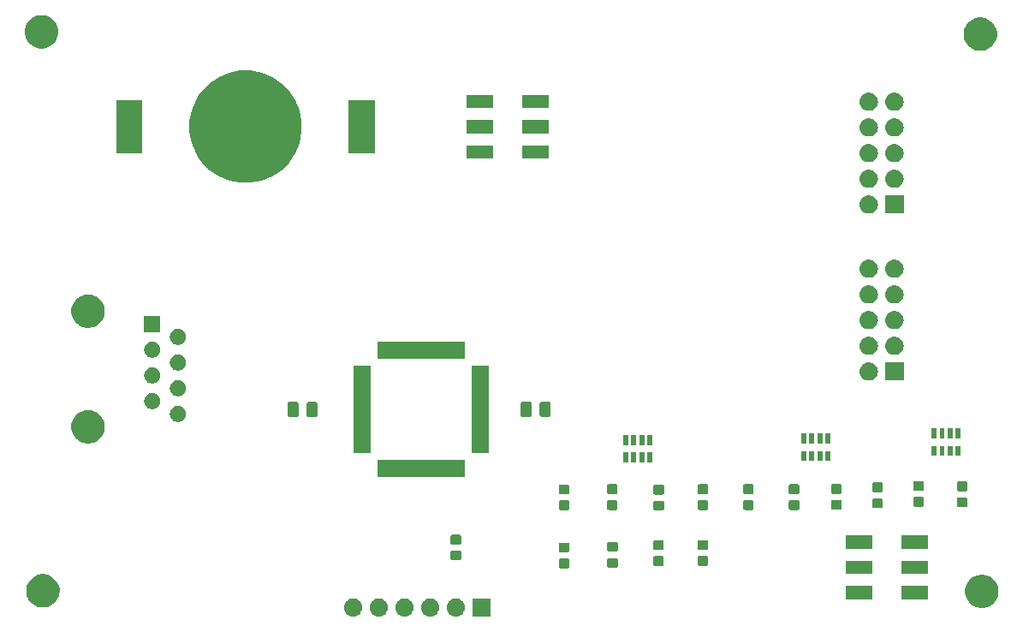
<source format=gbr>
G04 #@! TF.GenerationSoftware,KiCad,Pcbnew,5.0.2-bee76a0~70~ubuntu16.04.1*
G04 #@! TF.CreationDate,2020-03-15T16:03:58-07:00*
G04 #@! TF.ProjectId,pic18f_DB_Ethernet,70696331-3866-45f4-9442-5f4574686572,rev?*
G04 #@! TF.SameCoordinates,Original*
G04 #@! TF.FileFunction,Soldermask,Top*
G04 #@! TF.FilePolarity,Negative*
%FSLAX46Y46*%
G04 Gerber Fmt 4.6, Leading zero omitted, Abs format (unit mm)*
G04 Created by KiCad (PCBNEW 5.0.2-bee76a0~70~ubuntu16.04.1) date Sun 15 Mar 2020 16:03:58 PDT*
%MOMM*%
%LPD*%
G01*
G04 APERTURE LIST*
%ADD10C,0.100000*%
G04 APERTURE END LIST*
D10*
G36*
X141994842Y-144444318D02*
X142061027Y-144450837D01*
X142174253Y-144485184D01*
X142230867Y-144502357D01*
X142369487Y-144576452D01*
X142387391Y-144586022D01*
X142423129Y-144615352D01*
X142524586Y-144698614D01*
X142579603Y-144765654D01*
X142637178Y-144835809D01*
X142637179Y-144835811D01*
X142720843Y-144992333D01*
X142737248Y-145046413D01*
X142772363Y-145162173D01*
X142789759Y-145338800D01*
X142772363Y-145515427D01*
X142738016Y-145628653D01*
X142720843Y-145685267D01*
X142646748Y-145823887D01*
X142637178Y-145841791D01*
X142607848Y-145877529D01*
X142524586Y-145978986D01*
X142423129Y-146062248D01*
X142387391Y-146091578D01*
X142387389Y-146091579D01*
X142230867Y-146175243D01*
X142174253Y-146192416D01*
X142061027Y-146226763D01*
X141994843Y-146233281D01*
X141928660Y-146239800D01*
X141840140Y-146239800D01*
X141773957Y-146233281D01*
X141707773Y-146226763D01*
X141594547Y-146192416D01*
X141537933Y-146175243D01*
X141381411Y-146091579D01*
X141381409Y-146091578D01*
X141345671Y-146062248D01*
X141244214Y-145978986D01*
X141160952Y-145877529D01*
X141131622Y-145841791D01*
X141122052Y-145823887D01*
X141047957Y-145685267D01*
X141030784Y-145628653D01*
X140996437Y-145515427D01*
X140979041Y-145338800D01*
X140996437Y-145162173D01*
X141031552Y-145046413D01*
X141047957Y-144992333D01*
X141131621Y-144835811D01*
X141131622Y-144835809D01*
X141189197Y-144765654D01*
X141244214Y-144698614D01*
X141345671Y-144615352D01*
X141381409Y-144586022D01*
X141399313Y-144576452D01*
X141537933Y-144502357D01*
X141594547Y-144485184D01*
X141707773Y-144450837D01*
X141773958Y-144444318D01*
X141840140Y-144437800D01*
X141928660Y-144437800D01*
X141994842Y-144444318D01*
X141994842Y-144444318D01*
G37*
G36*
X144534842Y-144444318D02*
X144601027Y-144450837D01*
X144714253Y-144485184D01*
X144770867Y-144502357D01*
X144909487Y-144576452D01*
X144927391Y-144586022D01*
X144963129Y-144615352D01*
X145064586Y-144698614D01*
X145119603Y-144765654D01*
X145177178Y-144835809D01*
X145177179Y-144835811D01*
X145260843Y-144992333D01*
X145277248Y-145046413D01*
X145312363Y-145162173D01*
X145329759Y-145338800D01*
X145312363Y-145515427D01*
X145278016Y-145628653D01*
X145260843Y-145685267D01*
X145186748Y-145823887D01*
X145177178Y-145841791D01*
X145147848Y-145877529D01*
X145064586Y-145978986D01*
X144963129Y-146062248D01*
X144927391Y-146091578D01*
X144927389Y-146091579D01*
X144770867Y-146175243D01*
X144714253Y-146192416D01*
X144601027Y-146226763D01*
X144534843Y-146233281D01*
X144468660Y-146239800D01*
X144380140Y-146239800D01*
X144313957Y-146233281D01*
X144247773Y-146226763D01*
X144134547Y-146192416D01*
X144077933Y-146175243D01*
X143921411Y-146091579D01*
X143921409Y-146091578D01*
X143885671Y-146062248D01*
X143784214Y-145978986D01*
X143700952Y-145877529D01*
X143671622Y-145841791D01*
X143662052Y-145823887D01*
X143587957Y-145685267D01*
X143570784Y-145628653D01*
X143536437Y-145515427D01*
X143519041Y-145338800D01*
X143536437Y-145162173D01*
X143571552Y-145046413D01*
X143587957Y-144992333D01*
X143671621Y-144835811D01*
X143671622Y-144835809D01*
X143729197Y-144765654D01*
X143784214Y-144698614D01*
X143885671Y-144615352D01*
X143921409Y-144586022D01*
X143939313Y-144576452D01*
X144077933Y-144502357D01*
X144134547Y-144485184D01*
X144247773Y-144450837D01*
X144313958Y-144444318D01*
X144380140Y-144437800D01*
X144468660Y-144437800D01*
X144534842Y-144444318D01*
X144534842Y-144444318D01*
G37*
G36*
X147865400Y-146239800D02*
X146063400Y-146239800D01*
X146063400Y-144437800D01*
X147865400Y-144437800D01*
X147865400Y-146239800D01*
X147865400Y-146239800D01*
G37*
G36*
X134374842Y-144444318D02*
X134441027Y-144450837D01*
X134554253Y-144485184D01*
X134610867Y-144502357D01*
X134749487Y-144576452D01*
X134767391Y-144586022D01*
X134803129Y-144615352D01*
X134904586Y-144698614D01*
X134959603Y-144765654D01*
X135017178Y-144835809D01*
X135017179Y-144835811D01*
X135100843Y-144992333D01*
X135117248Y-145046413D01*
X135152363Y-145162173D01*
X135169759Y-145338800D01*
X135152363Y-145515427D01*
X135118016Y-145628653D01*
X135100843Y-145685267D01*
X135026748Y-145823887D01*
X135017178Y-145841791D01*
X134987848Y-145877529D01*
X134904586Y-145978986D01*
X134803129Y-146062248D01*
X134767391Y-146091578D01*
X134767389Y-146091579D01*
X134610867Y-146175243D01*
X134554253Y-146192416D01*
X134441027Y-146226763D01*
X134374843Y-146233281D01*
X134308660Y-146239800D01*
X134220140Y-146239800D01*
X134153957Y-146233281D01*
X134087773Y-146226763D01*
X133974547Y-146192416D01*
X133917933Y-146175243D01*
X133761411Y-146091579D01*
X133761409Y-146091578D01*
X133725671Y-146062248D01*
X133624214Y-145978986D01*
X133540952Y-145877529D01*
X133511622Y-145841791D01*
X133502052Y-145823887D01*
X133427957Y-145685267D01*
X133410784Y-145628653D01*
X133376437Y-145515427D01*
X133359041Y-145338800D01*
X133376437Y-145162173D01*
X133411552Y-145046413D01*
X133427957Y-144992333D01*
X133511621Y-144835811D01*
X133511622Y-144835809D01*
X133569197Y-144765654D01*
X133624214Y-144698614D01*
X133725671Y-144615352D01*
X133761409Y-144586022D01*
X133779313Y-144576452D01*
X133917933Y-144502357D01*
X133974547Y-144485184D01*
X134087773Y-144450837D01*
X134153958Y-144444318D01*
X134220140Y-144437800D01*
X134308660Y-144437800D01*
X134374842Y-144444318D01*
X134374842Y-144444318D01*
G37*
G36*
X139454842Y-144444318D02*
X139521027Y-144450837D01*
X139634253Y-144485184D01*
X139690867Y-144502357D01*
X139829487Y-144576452D01*
X139847391Y-144586022D01*
X139883129Y-144615352D01*
X139984586Y-144698614D01*
X140039603Y-144765654D01*
X140097178Y-144835809D01*
X140097179Y-144835811D01*
X140180843Y-144992333D01*
X140197248Y-145046413D01*
X140232363Y-145162173D01*
X140249759Y-145338800D01*
X140232363Y-145515427D01*
X140198016Y-145628653D01*
X140180843Y-145685267D01*
X140106748Y-145823887D01*
X140097178Y-145841791D01*
X140067848Y-145877529D01*
X139984586Y-145978986D01*
X139883129Y-146062248D01*
X139847391Y-146091578D01*
X139847389Y-146091579D01*
X139690867Y-146175243D01*
X139634253Y-146192416D01*
X139521027Y-146226763D01*
X139454843Y-146233281D01*
X139388660Y-146239800D01*
X139300140Y-146239800D01*
X139233957Y-146233281D01*
X139167773Y-146226763D01*
X139054547Y-146192416D01*
X138997933Y-146175243D01*
X138841411Y-146091579D01*
X138841409Y-146091578D01*
X138805671Y-146062248D01*
X138704214Y-145978986D01*
X138620952Y-145877529D01*
X138591622Y-145841791D01*
X138582052Y-145823887D01*
X138507957Y-145685267D01*
X138490784Y-145628653D01*
X138456437Y-145515427D01*
X138439041Y-145338800D01*
X138456437Y-145162173D01*
X138491552Y-145046413D01*
X138507957Y-144992333D01*
X138591621Y-144835811D01*
X138591622Y-144835809D01*
X138649197Y-144765654D01*
X138704214Y-144698614D01*
X138805671Y-144615352D01*
X138841409Y-144586022D01*
X138859313Y-144576452D01*
X138997933Y-144502357D01*
X139054547Y-144485184D01*
X139167773Y-144450837D01*
X139233958Y-144444318D01*
X139300140Y-144437800D01*
X139388660Y-144437800D01*
X139454842Y-144444318D01*
X139454842Y-144444318D01*
G37*
G36*
X136914842Y-144444318D02*
X136981027Y-144450837D01*
X137094253Y-144485184D01*
X137150867Y-144502357D01*
X137289487Y-144576452D01*
X137307391Y-144586022D01*
X137343129Y-144615352D01*
X137444586Y-144698614D01*
X137499603Y-144765654D01*
X137557178Y-144835809D01*
X137557179Y-144835811D01*
X137640843Y-144992333D01*
X137657248Y-145046413D01*
X137692363Y-145162173D01*
X137709759Y-145338800D01*
X137692363Y-145515427D01*
X137658016Y-145628653D01*
X137640843Y-145685267D01*
X137566748Y-145823887D01*
X137557178Y-145841791D01*
X137527848Y-145877529D01*
X137444586Y-145978986D01*
X137343129Y-146062248D01*
X137307391Y-146091578D01*
X137307389Y-146091579D01*
X137150867Y-146175243D01*
X137094253Y-146192416D01*
X136981027Y-146226763D01*
X136914843Y-146233281D01*
X136848660Y-146239800D01*
X136760140Y-146239800D01*
X136693957Y-146233281D01*
X136627773Y-146226763D01*
X136514547Y-146192416D01*
X136457933Y-146175243D01*
X136301411Y-146091579D01*
X136301409Y-146091578D01*
X136265671Y-146062248D01*
X136164214Y-145978986D01*
X136080952Y-145877529D01*
X136051622Y-145841791D01*
X136042052Y-145823887D01*
X135967957Y-145685267D01*
X135950784Y-145628653D01*
X135916437Y-145515427D01*
X135899041Y-145338800D01*
X135916437Y-145162173D01*
X135951552Y-145046413D01*
X135967957Y-144992333D01*
X136051621Y-144835811D01*
X136051622Y-144835809D01*
X136109197Y-144765654D01*
X136164214Y-144698614D01*
X136265671Y-144615352D01*
X136301409Y-144586022D01*
X136319313Y-144576452D01*
X136457933Y-144502357D01*
X136514547Y-144485184D01*
X136627773Y-144450837D01*
X136693958Y-144444318D01*
X136760140Y-144437800D01*
X136848660Y-144437800D01*
X136914842Y-144444318D01*
X136914842Y-144444318D01*
G37*
G36*
X196818856Y-142155298D02*
X196925179Y-142176447D01*
X197225642Y-142300903D01*
X197492452Y-142479180D01*
X197496054Y-142481587D01*
X197726013Y-142711546D01*
X197726015Y-142711549D01*
X197872755Y-142931160D01*
X197906698Y-142981960D01*
X198031153Y-143282422D01*
X198094600Y-143601389D01*
X198094600Y-143926611D01*
X198031153Y-144245578D01*
X197906698Y-144546040D01*
X197726013Y-144816454D01*
X197496054Y-145046413D01*
X197496051Y-145046415D01*
X197225642Y-145227097D01*
X196925179Y-145351553D01*
X196861598Y-145364200D01*
X196606211Y-145415000D01*
X196280989Y-145415000D01*
X196025602Y-145364200D01*
X195962021Y-145351553D01*
X195661558Y-145227097D01*
X195391149Y-145046415D01*
X195391146Y-145046413D01*
X195161187Y-144816454D01*
X194980502Y-144546040D01*
X194856047Y-144245578D01*
X194792600Y-143926611D01*
X194792600Y-143601389D01*
X194856047Y-143282422D01*
X194980502Y-142981960D01*
X195014446Y-142931160D01*
X195161185Y-142711549D01*
X195161187Y-142711546D01*
X195391146Y-142481587D01*
X195394748Y-142479180D01*
X195661558Y-142300903D01*
X195962021Y-142176447D01*
X196068344Y-142155298D01*
X196280989Y-142113000D01*
X196606211Y-142113000D01*
X196818856Y-142155298D01*
X196818856Y-142155298D01*
G37*
G36*
X103956456Y-142104498D02*
X104062779Y-142125647D01*
X104363242Y-142250103D01*
X104439268Y-142300902D01*
X104633654Y-142430787D01*
X104863613Y-142660746D01*
X105044298Y-142931160D01*
X105168753Y-143231622D01*
X105232200Y-143550589D01*
X105232200Y-143875811D01*
X105222095Y-143926611D01*
X105168753Y-144194779D01*
X105044297Y-144495242D01*
X104908408Y-144698614D01*
X104863613Y-144765654D01*
X104633654Y-144995613D01*
X104633651Y-144995615D01*
X104363242Y-145176297D01*
X104062779Y-145300753D01*
X103956456Y-145321902D01*
X103743811Y-145364200D01*
X103418589Y-145364200D01*
X103205944Y-145321902D01*
X103099621Y-145300753D01*
X102799158Y-145176297D01*
X102528749Y-144995615D01*
X102528746Y-144995613D01*
X102298787Y-144765654D01*
X102253992Y-144698614D01*
X102118103Y-144495242D01*
X101993647Y-144194779D01*
X101940305Y-143926611D01*
X101930200Y-143875811D01*
X101930200Y-143550589D01*
X101993647Y-143231622D01*
X102118102Y-142931160D01*
X102298787Y-142660746D01*
X102528746Y-142430787D01*
X102723132Y-142300902D01*
X102799158Y-142250103D01*
X103099621Y-142125647D01*
X103205944Y-142104498D01*
X103418589Y-142062200D01*
X103743811Y-142062200D01*
X103956456Y-142104498D01*
X103956456Y-142104498D01*
G37*
G36*
X191128800Y-144527400D02*
X188526800Y-144527400D01*
X188526800Y-143225400D01*
X191128800Y-143225400D01*
X191128800Y-144527400D01*
X191128800Y-144527400D01*
G37*
G36*
X185628800Y-144527400D02*
X183026800Y-144527400D01*
X183026800Y-143225400D01*
X185628800Y-143225400D01*
X185628800Y-144527400D01*
X185628800Y-144527400D01*
G37*
G36*
X191128800Y-142027400D02*
X188526800Y-142027400D01*
X188526800Y-140725400D01*
X191128800Y-140725400D01*
X191128800Y-142027400D01*
X191128800Y-142027400D01*
G37*
G36*
X185628800Y-142027400D02*
X183026800Y-142027400D01*
X183026800Y-140725400D01*
X185628800Y-140725400D01*
X185628800Y-142027400D01*
X185628800Y-142027400D01*
G37*
G36*
X155497391Y-140510985D02*
X155531369Y-140521293D01*
X155562687Y-140538033D01*
X155590139Y-140560561D01*
X155612667Y-140588013D01*
X155629407Y-140619331D01*
X155639715Y-140653309D01*
X155643800Y-140694790D01*
X155643800Y-141296010D01*
X155639715Y-141337491D01*
X155629407Y-141371469D01*
X155612667Y-141402787D01*
X155590139Y-141430239D01*
X155562687Y-141452767D01*
X155531369Y-141469507D01*
X155497391Y-141479815D01*
X155455910Y-141483900D01*
X154779690Y-141483900D01*
X154738209Y-141479815D01*
X154704231Y-141469507D01*
X154672913Y-141452767D01*
X154645461Y-141430239D01*
X154622933Y-141402787D01*
X154606193Y-141371469D01*
X154595885Y-141337491D01*
X154591800Y-141296010D01*
X154591800Y-140694790D01*
X154595885Y-140653309D01*
X154606193Y-140619331D01*
X154622933Y-140588013D01*
X154645461Y-140560561D01*
X154672913Y-140538033D01*
X154704231Y-140521293D01*
X154738209Y-140510985D01*
X154779690Y-140506900D01*
X155455910Y-140506900D01*
X155497391Y-140510985D01*
X155497391Y-140510985D01*
G37*
G36*
X160297991Y-140460385D02*
X160331969Y-140470693D01*
X160363287Y-140487433D01*
X160390739Y-140509961D01*
X160413267Y-140537413D01*
X160430007Y-140568731D01*
X160440315Y-140602709D01*
X160444400Y-140644190D01*
X160444400Y-141245410D01*
X160440315Y-141286891D01*
X160430007Y-141320869D01*
X160413267Y-141352187D01*
X160390739Y-141379639D01*
X160363287Y-141402167D01*
X160331969Y-141418907D01*
X160297991Y-141429215D01*
X160256510Y-141433300D01*
X159580290Y-141433300D01*
X159538809Y-141429215D01*
X159504831Y-141418907D01*
X159473513Y-141402167D01*
X159446061Y-141379639D01*
X159423533Y-141352187D01*
X159406793Y-141320869D01*
X159396485Y-141286891D01*
X159392400Y-141245410D01*
X159392400Y-140644190D01*
X159396485Y-140602709D01*
X159406793Y-140568731D01*
X159423533Y-140537413D01*
X159446061Y-140509961D01*
X159473513Y-140487433D01*
X159504831Y-140470693D01*
X159538809Y-140460385D01*
X159580290Y-140456300D01*
X160256510Y-140456300D01*
X160297991Y-140460385D01*
X160297991Y-140460385D01*
G37*
G36*
X164844591Y-140282585D02*
X164878569Y-140292893D01*
X164909887Y-140309633D01*
X164937339Y-140332161D01*
X164959867Y-140359613D01*
X164976607Y-140390931D01*
X164986915Y-140424909D01*
X164991000Y-140466390D01*
X164991000Y-141067610D01*
X164986915Y-141109091D01*
X164976607Y-141143069D01*
X164959867Y-141174387D01*
X164937339Y-141201839D01*
X164909887Y-141224367D01*
X164878569Y-141241107D01*
X164844591Y-141251415D01*
X164803110Y-141255500D01*
X164126890Y-141255500D01*
X164085409Y-141251415D01*
X164051431Y-141241107D01*
X164020113Y-141224367D01*
X163992661Y-141201839D01*
X163970133Y-141174387D01*
X163953393Y-141143069D01*
X163943085Y-141109091D01*
X163939000Y-141067610D01*
X163939000Y-140466390D01*
X163943085Y-140424909D01*
X163953393Y-140390931D01*
X163970133Y-140359613D01*
X163992661Y-140332161D01*
X164020113Y-140309633D01*
X164051431Y-140292893D01*
X164085409Y-140282585D01*
X164126890Y-140278500D01*
X164803110Y-140278500D01*
X164844591Y-140282585D01*
X164844591Y-140282585D01*
G37*
G36*
X169238791Y-140256985D02*
X169272769Y-140267293D01*
X169304087Y-140284033D01*
X169331539Y-140306561D01*
X169354067Y-140334013D01*
X169370807Y-140365331D01*
X169381115Y-140399309D01*
X169385200Y-140440790D01*
X169385200Y-141042010D01*
X169381115Y-141083491D01*
X169370807Y-141117469D01*
X169354067Y-141148787D01*
X169331539Y-141176239D01*
X169304087Y-141198767D01*
X169272769Y-141215507D01*
X169238791Y-141225815D01*
X169197310Y-141229900D01*
X168521090Y-141229900D01*
X168479609Y-141225815D01*
X168445631Y-141215507D01*
X168414313Y-141198767D01*
X168386861Y-141176239D01*
X168364333Y-141148787D01*
X168347593Y-141117469D01*
X168337285Y-141083491D01*
X168333200Y-141042010D01*
X168333200Y-140440790D01*
X168337285Y-140399309D01*
X168347593Y-140365331D01*
X168364333Y-140334013D01*
X168386861Y-140306561D01*
X168414313Y-140284033D01*
X168445631Y-140267293D01*
X168479609Y-140256985D01*
X168521090Y-140252900D01*
X169197310Y-140252900D01*
X169238791Y-140256985D01*
X169238791Y-140256985D01*
G37*
G36*
X144803991Y-139723585D02*
X144837969Y-139733893D01*
X144869287Y-139750633D01*
X144896739Y-139773161D01*
X144919267Y-139800613D01*
X144936007Y-139831931D01*
X144946315Y-139865909D01*
X144950400Y-139907390D01*
X144950400Y-140508610D01*
X144946315Y-140550091D01*
X144936007Y-140584069D01*
X144919267Y-140615387D01*
X144896739Y-140642839D01*
X144869287Y-140665367D01*
X144837969Y-140682107D01*
X144803991Y-140692415D01*
X144762510Y-140696500D01*
X144086290Y-140696500D01*
X144044809Y-140692415D01*
X144010831Y-140682107D01*
X143979513Y-140665367D01*
X143952061Y-140642839D01*
X143929533Y-140615387D01*
X143912793Y-140584069D01*
X143902485Y-140550091D01*
X143898400Y-140508610D01*
X143898400Y-139907390D01*
X143902485Y-139865909D01*
X143912793Y-139831931D01*
X143929533Y-139800613D01*
X143952061Y-139773161D01*
X143979513Y-139750633D01*
X144010831Y-139733893D01*
X144044809Y-139723585D01*
X144086290Y-139719500D01*
X144762510Y-139719500D01*
X144803991Y-139723585D01*
X144803991Y-139723585D01*
G37*
G36*
X155497391Y-138935985D02*
X155531369Y-138946293D01*
X155562687Y-138963033D01*
X155590139Y-138985561D01*
X155612667Y-139013013D01*
X155629407Y-139044331D01*
X155639715Y-139078309D01*
X155643800Y-139119790D01*
X155643800Y-139721010D01*
X155639715Y-139762491D01*
X155629407Y-139796469D01*
X155612667Y-139827787D01*
X155590139Y-139855239D01*
X155562687Y-139877767D01*
X155531369Y-139894507D01*
X155497391Y-139904815D01*
X155455910Y-139908900D01*
X154779690Y-139908900D01*
X154738209Y-139904815D01*
X154704231Y-139894507D01*
X154672913Y-139877767D01*
X154645461Y-139855239D01*
X154622933Y-139827787D01*
X154606193Y-139796469D01*
X154595885Y-139762491D01*
X154591800Y-139721010D01*
X154591800Y-139119790D01*
X154595885Y-139078309D01*
X154606193Y-139044331D01*
X154622933Y-139013013D01*
X154645461Y-138985561D01*
X154672913Y-138963033D01*
X154704231Y-138946293D01*
X154738209Y-138935985D01*
X154779690Y-138931900D01*
X155455910Y-138931900D01*
X155497391Y-138935985D01*
X155497391Y-138935985D01*
G37*
G36*
X160297991Y-138885385D02*
X160331969Y-138895693D01*
X160363287Y-138912433D01*
X160390739Y-138934961D01*
X160413267Y-138962413D01*
X160430007Y-138993731D01*
X160440315Y-139027709D01*
X160444400Y-139069190D01*
X160444400Y-139670410D01*
X160440315Y-139711891D01*
X160430007Y-139745869D01*
X160413267Y-139777187D01*
X160390739Y-139804639D01*
X160363287Y-139827167D01*
X160331969Y-139843907D01*
X160297991Y-139854215D01*
X160256510Y-139858300D01*
X159580290Y-139858300D01*
X159538809Y-139854215D01*
X159504831Y-139843907D01*
X159473513Y-139827167D01*
X159446061Y-139804639D01*
X159423533Y-139777187D01*
X159406793Y-139745869D01*
X159396485Y-139711891D01*
X159392400Y-139670410D01*
X159392400Y-139069190D01*
X159396485Y-139027709D01*
X159406793Y-138993731D01*
X159423533Y-138962413D01*
X159446061Y-138934961D01*
X159473513Y-138912433D01*
X159504831Y-138895693D01*
X159538809Y-138885385D01*
X159580290Y-138881300D01*
X160256510Y-138881300D01*
X160297991Y-138885385D01*
X160297991Y-138885385D01*
G37*
G36*
X164844591Y-138707585D02*
X164878569Y-138717893D01*
X164909887Y-138734633D01*
X164937339Y-138757161D01*
X164959867Y-138784613D01*
X164976607Y-138815931D01*
X164986915Y-138849909D01*
X164991000Y-138891390D01*
X164991000Y-139492610D01*
X164986915Y-139534091D01*
X164976607Y-139568069D01*
X164959867Y-139599387D01*
X164937339Y-139626839D01*
X164909887Y-139649367D01*
X164878569Y-139666107D01*
X164844591Y-139676415D01*
X164803110Y-139680500D01*
X164126890Y-139680500D01*
X164085409Y-139676415D01*
X164051431Y-139666107D01*
X164020113Y-139649367D01*
X163992661Y-139626839D01*
X163970133Y-139599387D01*
X163953393Y-139568069D01*
X163943085Y-139534091D01*
X163939000Y-139492610D01*
X163939000Y-138891390D01*
X163943085Y-138849909D01*
X163953393Y-138815931D01*
X163970133Y-138784613D01*
X163992661Y-138757161D01*
X164020113Y-138734633D01*
X164051431Y-138717893D01*
X164085409Y-138707585D01*
X164126890Y-138703500D01*
X164803110Y-138703500D01*
X164844591Y-138707585D01*
X164844591Y-138707585D01*
G37*
G36*
X169238791Y-138681985D02*
X169272769Y-138692293D01*
X169304087Y-138709033D01*
X169331539Y-138731561D01*
X169354067Y-138759013D01*
X169370807Y-138790331D01*
X169381115Y-138824309D01*
X169385200Y-138865790D01*
X169385200Y-139467010D01*
X169381115Y-139508491D01*
X169370807Y-139542469D01*
X169354067Y-139573787D01*
X169331539Y-139601239D01*
X169304087Y-139623767D01*
X169272769Y-139640507D01*
X169238791Y-139650815D01*
X169197310Y-139654900D01*
X168521090Y-139654900D01*
X168479609Y-139650815D01*
X168445631Y-139640507D01*
X168414313Y-139623767D01*
X168386861Y-139601239D01*
X168364333Y-139573787D01*
X168347593Y-139542469D01*
X168337285Y-139508491D01*
X168333200Y-139467010D01*
X168333200Y-138865790D01*
X168337285Y-138824309D01*
X168347593Y-138790331D01*
X168364333Y-138759013D01*
X168386861Y-138731561D01*
X168414313Y-138709033D01*
X168445631Y-138692293D01*
X168479609Y-138681985D01*
X168521090Y-138677900D01*
X169197310Y-138677900D01*
X169238791Y-138681985D01*
X169238791Y-138681985D01*
G37*
G36*
X191128800Y-139527400D02*
X188526800Y-139527400D01*
X188526800Y-138225400D01*
X191128800Y-138225400D01*
X191128800Y-139527400D01*
X191128800Y-139527400D01*
G37*
G36*
X185628800Y-139527400D02*
X183026800Y-139527400D01*
X183026800Y-138225400D01*
X185628800Y-138225400D01*
X185628800Y-139527400D01*
X185628800Y-139527400D01*
G37*
G36*
X144803991Y-138148585D02*
X144837969Y-138158893D01*
X144869287Y-138175633D01*
X144896739Y-138198161D01*
X144919267Y-138225613D01*
X144936007Y-138256931D01*
X144946315Y-138290909D01*
X144950400Y-138332390D01*
X144950400Y-138933610D01*
X144946315Y-138975091D01*
X144936007Y-139009069D01*
X144919267Y-139040387D01*
X144896739Y-139067839D01*
X144869287Y-139090367D01*
X144837969Y-139107107D01*
X144803991Y-139117415D01*
X144762510Y-139121500D01*
X144086290Y-139121500D01*
X144044809Y-139117415D01*
X144010831Y-139107107D01*
X143979513Y-139090367D01*
X143952061Y-139067839D01*
X143929533Y-139040387D01*
X143912793Y-139009069D01*
X143902485Y-138975091D01*
X143898400Y-138933610D01*
X143898400Y-138332390D01*
X143902485Y-138290909D01*
X143912793Y-138256931D01*
X143929533Y-138225613D01*
X143952061Y-138198161D01*
X143979513Y-138175633D01*
X144010831Y-138158893D01*
X144044809Y-138148585D01*
X144086290Y-138144500D01*
X144762510Y-138144500D01*
X144803991Y-138148585D01*
X144803991Y-138148585D01*
G37*
G36*
X164869991Y-134796085D02*
X164903969Y-134806393D01*
X164935287Y-134823133D01*
X164962739Y-134845661D01*
X164985267Y-134873113D01*
X165002007Y-134904431D01*
X165012315Y-134938409D01*
X165016400Y-134979890D01*
X165016400Y-135581110D01*
X165012315Y-135622591D01*
X165002007Y-135656569D01*
X164985267Y-135687887D01*
X164962739Y-135715339D01*
X164935287Y-135737867D01*
X164903969Y-135754607D01*
X164869991Y-135764915D01*
X164828510Y-135769000D01*
X164152290Y-135769000D01*
X164110809Y-135764915D01*
X164076831Y-135754607D01*
X164045513Y-135737867D01*
X164018061Y-135715339D01*
X163995533Y-135687887D01*
X163978793Y-135656569D01*
X163968485Y-135622591D01*
X163964400Y-135581110D01*
X163964400Y-134979890D01*
X163968485Y-134938409D01*
X163978793Y-134904431D01*
X163995533Y-134873113D01*
X164018061Y-134845661D01*
X164045513Y-134823133D01*
X164076831Y-134806393D01*
X164110809Y-134796085D01*
X164152290Y-134792000D01*
X164828510Y-134792000D01*
X164869991Y-134796085D01*
X164869991Y-134796085D01*
G37*
G36*
X155497391Y-134770685D02*
X155531369Y-134780993D01*
X155562687Y-134797733D01*
X155590139Y-134820261D01*
X155612667Y-134847713D01*
X155629407Y-134879031D01*
X155639715Y-134913009D01*
X155643800Y-134954490D01*
X155643800Y-135555710D01*
X155639715Y-135597191D01*
X155629407Y-135631169D01*
X155612667Y-135662487D01*
X155590139Y-135689939D01*
X155562687Y-135712467D01*
X155531369Y-135729207D01*
X155497391Y-135739515D01*
X155455910Y-135743600D01*
X154779690Y-135743600D01*
X154738209Y-135739515D01*
X154704231Y-135729207D01*
X154672913Y-135712467D01*
X154645461Y-135689939D01*
X154622933Y-135662487D01*
X154606193Y-135631169D01*
X154595885Y-135597191D01*
X154591800Y-135555710D01*
X154591800Y-134954490D01*
X154595885Y-134913009D01*
X154606193Y-134879031D01*
X154622933Y-134847713D01*
X154645461Y-134820261D01*
X154672913Y-134797733D01*
X154704231Y-134780993D01*
X154738209Y-134770685D01*
X154779690Y-134766600D01*
X155455910Y-134766600D01*
X155497391Y-134770685D01*
X155497391Y-134770685D01*
G37*
G36*
X178255791Y-134745385D02*
X178289769Y-134755693D01*
X178321087Y-134772433D01*
X178348539Y-134794961D01*
X178371067Y-134822413D01*
X178387807Y-134853731D01*
X178398115Y-134887709D01*
X178402200Y-134929190D01*
X178402200Y-135530410D01*
X178398115Y-135571891D01*
X178387807Y-135605869D01*
X178371067Y-135637187D01*
X178348539Y-135664639D01*
X178321087Y-135687167D01*
X178289769Y-135703907D01*
X178255791Y-135714215D01*
X178214310Y-135718300D01*
X177538090Y-135718300D01*
X177496609Y-135714215D01*
X177462631Y-135703907D01*
X177431313Y-135687167D01*
X177403861Y-135664639D01*
X177381333Y-135637187D01*
X177364593Y-135605869D01*
X177354285Y-135571891D01*
X177350200Y-135530410D01*
X177350200Y-134929190D01*
X177354285Y-134887709D01*
X177364593Y-134853731D01*
X177381333Y-134822413D01*
X177403861Y-134794961D01*
X177431313Y-134772433D01*
X177462631Y-134755693D01*
X177496609Y-134745385D01*
X177538090Y-134741300D01*
X178214310Y-134741300D01*
X178255791Y-134745385D01*
X178255791Y-134745385D01*
G37*
G36*
X169238791Y-134745285D02*
X169272769Y-134755593D01*
X169304087Y-134772333D01*
X169331539Y-134794861D01*
X169354067Y-134822313D01*
X169370807Y-134853631D01*
X169381115Y-134887609D01*
X169385200Y-134929090D01*
X169385200Y-135530310D01*
X169381115Y-135571791D01*
X169370807Y-135605769D01*
X169354067Y-135637087D01*
X169331539Y-135664539D01*
X169304087Y-135687067D01*
X169272769Y-135703807D01*
X169238791Y-135714115D01*
X169197310Y-135718200D01*
X168521090Y-135718200D01*
X168479609Y-135714115D01*
X168445631Y-135703807D01*
X168414313Y-135687067D01*
X168386861Y-135664539D01*
X168364333Y-135637087D01*
X168347593Y-135605769D01*
X168337285Y-135571791D01*
X168333200Y-135530310D01*
X168333200Y-134929090D01*
X168337285Y-134887609D01*
X168347593Y-134853631D01*
X168364333Y-134822313D01*
X168386861Y-134794861D01*
X168414313Y-134772333D01*
X168445631Y-134755593D01*
X168479609Y-134745285D01*
X168521090Y-134741200D01*
X169197310Y-134741200D01*
X169238791Y-134745285D01*
X169238791Y-134745285D01*
G37*
G36*
X160272591Y-134745185D02*
X160306569Y-134755493D01*
X160337887Y-134772233D01*
X160365339Y-134794761D01*
X160387867Y-134822213D01*
X160404607Y-134853531D01*
X160414915Y-134887509D01*
X160419000Y-134928990D01*
X160419000Y-135530210D01*
X160414915Y-135571691D01*
X160404607Y-135605669D01*
X160387867Y-135636987D01*
X160365339Y-135664439D01*
X160337887Y-135686967D01*
X160306569Y-135703707D01*
X160272591Y-135714015D01*
X160231110Y-135718100D01*
X159554890Y-135718100D01*
X159513409Y-135714015D01*
X159479431Y-135703707D01*
X159448113Y-135686967D01*
X159420661Y-135664439D01*
X159398133Y-135636987D01*
X159381393Y-135605669D01*
X159371085Y-135571691D01*
X159367000Y-135530210D01*
X159367000Y-134928990D01*
X159371085Y-134887509D01*
X159381393Y-134853531D01*
X159398133Y-134822213D01*
X159420661Y-134794761D01*
X159448113Y-134772233D01*
X159479431Y-134755493D01*
X159513409Y-134745185D01*
X159554890Y-134741100D01*
X160231110Y-134741100D01*
X160272591Y-134745185D01*
X160272591Y-134745185D01*
G37*
G36*
X173734591Y-134745185D02*
X173768569Y-134755493D01*
X173799887Y-134772233D01*
X173827339Y-134794761D01*
X173849867Y-134822213D01*
X173866607Y-134853531D01*
X173876915Y-134887509D01*
X173881000Y-134928990D01*
X173881000Y-135530210D01*
X173876915Y-135571691D01*
X173866607Y-135605669D01*
X173849867Y-135636987D01*
X173827339Y-135664439D01*
X173799887Y-135686967D01*
X173768569Y-135703707D01*
X173734591Y-135714015D01*
X173693110Y-135718100D01*
X173016890Y-135718100D01*
X172975409Y-135714015D01*
X172941431Y-135703707D01*
X172910113Y-135686967D01*
X172882661Y-135664439D01*
X172860133Y-135636987D01*
X172843393Y-135605669D01*
X172833085Y-135571691D01*
X172829000Y-135530210D01*
X172829000Y-134928990D01*
X172833085Y-134887509D01*
X172843393Y-134853531D01*
X172860133Y-134822213D01*
X172882661Y-134794761D01*
X172910113Y-134772233D01*
X172941431Y-134755493D01*
X172975409Y-134745185D01*
X173016890Y-134741100D01*
X173693110Y-134741100D01*
X173734591Y-134745185D01*
X173734591Y-134745185D01*
G37*
G36*
X182446791Y-134719885D02*
X182480769Y-134730193D01*
X182512087Y-134746933D01*
X182539539Y-134769461D01*
X182562067Y-134796913D01*
X182578807Y-134828231D01*
X182589115Y-134862209D01*
X182593200Y-134903690D01*
X182593200Y-135504910D01*
X182589115Y-135546391D01*
X182578807Y-135580369D01*
X182562067Y-135611687D01*
X182539539Y-135639139D01*
X182512087Y-135661667D01*
X182480769Y-135678407D01*
X182446791Y-135688715D01*
X182405310Y-135692800D01*
X181729090Y-135692800D01*
X181687609Y-135688715D01*
X181653631Y-135678407D01*
X181622313Y-135661667D01*
X181594861Y-135639139D01*
X181572333Y-135611687D01*
X181555593Y-135580369D01*
X181545285Y-135546391D01*
X181541200Y-135504910D01*
X181541200Y-134903690D01*
X181545285Y-134862209D01*
X181555593Y-134828231D01*
X181572333Y-134796913D01*
X181594861Y-134769461D01*
X181622313Y-134746933D01*
X181653631Y-134730193D01*
X181687609Y-134719885D01*
X181729090Y-134715800D01*
X182405310Y-134715800D01*
X182446791Y-134719885D01*
X182446791Y-134719885D01*
G37*
G36*
X186485391Y-134567385D02*
X186519369Y-134577693D01*
X186550687Y-134594433D01*
X186578139Y-134616961D01*
X186600667Y-134644413D01*
X186617407Y-134675731D01*
X186627715Y-134709709D01*
X186631800Y-134751190D01*
X186631800Y-135352410D01*
X186627715Y-135393891D01*
X186617407Y-135427869D01*
X186600667Y-135459187D01*
X186578139Y-135486639D01*
X186550687Y-135509167D01*
X186519369Y-135525907D01*
X186485391Y-135536215D01*
X186443910Y-135540300D01*
X185767690Y-135540300D01*
X185726209Y-135536215D01*
X185692231Y-135525907D01*
X185660913Y-135509167D01*
X185633461Y-135486639D01*
X185610933Y-135459187D01*
X185594193Y-135427869D01*
X185583885Y-135393891D01*
X185579800Y-135352410D01*
X185579800Y-134751190D01*
X185583885Y-134709709D01*
X185594193Y-134675731D01*
X185610933Y-134644413D01*
X185633461Y-134616961D01*
X185660913Y-134594433D01*
X185692231Y-134577693D01*
X185726209Y-134567385D01*
X185767690Y-134563300D01*
X186443910Y-134563300D01*
X186485391Y-134567385D01*
X186485391Y-134567385D01*
G37*
G36*
X194867391Y-134465785D02*
X194901369Y-134476093D01*
X194932687Y-134492833D01*
X194960139Y-134515361D01*
X194982667Y-134542813D01*
X194999407Y-134574131D01*
X195009715Y-134608109D01*
X195013800Y-134649590D01*
X195013800Y-135250810D01*
X195009715Y-135292291D01*
X194999407Y-135326269D01*
X194982667Y-135357587D01*
X194960139Y-135385039D01*
X194932687Y-135407567D01*
X194901369Y-135424307D01*
X194867391Y-135434615D01*
X194825910Y-135438700D01*
X194149690Y-135438700D01*
X194108209Y-135434615D01*
X194074231Y-135424307D01*
X194042913Y-135407567D01*
X194015461Y-135385039D01*
X193992933Y-135357587D01*
X193976193Y-135326269D01*
X193965885Y-135292291D01*
X193961800Y-135250810D01*
X193961800Y-134649590D01*
X193965885Y-134608109D01*
X193976193Y-134574131D01*
X193992933Y-134542813D01*
X194015461Y-134515361D01*
X194042913Y-134492833D01*
X194074231Y-134476093D01*
X194108209Y-134465785D01*
X194149690Y-134461700D01*
X194825910Y-134461700D01*
X194867391Y-134465785D01*
X194867391Y-134465785D01*
G37*
G36*
X190574791Y-134414985D02*
X190608769Y-134425293D01*
X190640087Y-134442033D01*
X190667539Y-134464561D01*
X190690067Y-134492013D01*
X190706807Y-134523331D01*
X190717115Y-134557309D01*
X190721200Y-134598790D01*
X190721200Y-135200010D01*
X190717115Y-135241491D01*
X190706807Y-135275469D01*
X190690067Y-135306787D01*
X190667539Y-135334239D01*
X190640087Y-135356767D01*
X190608769Y-135373507D01*
X190574791Y-135383815D01*
X190533310Y-135387900D01*
X189857090Y-135387900D01*
X189815609Y-135383815D01*
X189781631Y-135373507D01*
X189750313Y-135356767D01*
X189722861Y-135334239D01*
X189700333Y-135306787D01*
X189683593Y-135275469D01*
X189673285Y-135241491D01*
X189669200Y-135200010D01*
X189669200Y-134598790D01*
X189673285Y-134557309D01*
X189683593Y-134523331D01*
X189700333Y-134492013D01*
X189722861Y-134464561D01*
X189750313Y-134442033D01*
X189781631Y-134425293D01*
X189815609Y-134414985D01*
X189857090Y-134410900D01*
X190533310Y-134410900D01*
X190574791Y-134414985D01*
X190574791Y-134414985D01*
G37*
G36*
X164869991Y-133221085D02*
X164903969Y-133231393D01*
X164935287Y-133248133D01*
X164962739Y-133270661D01*
X164985267Y-133298113D01*
X165002007Y-133329431D01*
X165012315Y-133363409D01*
X165016400Y-133404890D01*
X165016400Y-134006110D01*
X165012315Y-134047591D01*
X165002007Y-134081569D01*
X164985267Y-134112887D01*
X164962739Y-134140339D01*
X164935287Y-134162867D01*
X164903969Y-134179607D01*
X164869991Y-134189915D01*
X164828510Y-134194000D01*
X164152290Y-134194000D01*
X164110809Y-134189915D01*
X164076831Y-134179607D01*
X164045513Y-134162867D01*
X164018061Y-134140339D01*
X163995533Y-134112887D01*
X163978793Y-134081569D01*
X163968485Y-134047591D01*
X163964400Y-134006110D01*
X163964400Y-133404890D01*
X163968485Y-133363409D01*
X163978793Y-133329431D01*
X163995533Y-133298113D01*
X164018061Y-133270661D01*
X164045513Y-133248133D01*
X164076831Y-133231393D01*
X164110809Y-133221085D01*
X164152290Y-133217000D01*
X164828510Y-133217000D01*
X164869991Y-133221085D01*
X164869991Y-133221085D01*
G37*
G36*
X155497391Y-133195685D02*
X155531369Y-133205993D01*
X155562687Y-133222733D01*
X155590139Y-133245261D01*
X155612667Y-133272713D01*
X155629407Y-133304031D01*
X155639715Y-133338009D01*
X155643800Y-133379490D01*
X155643800Y-133980710D01*
X155639715Y-134022191D01*
X155629407Y-134056169D01*
X155612667Y-134087487D01*
X155590139Y-134114939D01*
X155562687Y-134137467D01*
X155531369Y-134154207D01*
X155497391Y-134164515D01*
X155455910Y-134168600D01*
X154779690Y-134168600D01*
X154738209Y-134164515D01*
X154704231Y-134154207D01*
X154672913Y-134137467D01*
X154645461Y-134114939D01*
X154622933Y-134087487D01*
X154606193Y-134056169D01*
X154595885Y-134022191D01*
X154591800Y-133980710D01*
X154591800Y-133379490D01*
X154595885Y-133338009D01*
X154606193Y-133304031D01*
X154622933Y-133272713D01*
X154645461Y-133245261D01*
X154672913Y-133222733D01*
X154704231Y-133205993D01*
X154738209Y-133195685D01*
X154779690Y-133191600D01*
X155455910Y-133191600D01*
X155497391Y-133195685D01*
X155497391Y-133195685D01*
G37*
G36*
X178255791Y-133170385D02*
X178289769Y-133180693D01*
X178321087Y-133197433D01*
X178348539Y-133219961D01*
X178371067Y-133247413D01*
X178387807Y-133278731D01*
X178398115Y-133312709D01*
X178402200Y-133354190D01*
X178402200Y-133955410D01*
X178398115Y-133996891D01*
X178387807Y-134030869D01*
X178371067Y-134062187D01*
X178348539Y-134089639D01*
X178321087Y-134112167D01*
X178289769Y-134128907D01*
X178255791Y-134139215D01*
X178214310Y-134143300D01*
X177538090Y-134143300D01*
X177496609Y-134139215D01*
X177462631Y-134128907D01*
X177431313Y-134112167D01*
X177403861Y-134089639D01*
X177381333Y-134062187D01*
X177364593Y-134030869D01*
X177354285Y-133996891D01*
X177350200Y-133955410D01*
X177350200Y-133354190D01*
X177354285Y-133312709D01*
X177364593Y-133278731D01*
X177381333Y-133247413D01*
X177403861Y-133219961D01*
X177431313Y-133197433D01*
X177462631Y-133180693D01*
X177496609Y-133170385D01*
X177538090Y-133166300D01*
X178214310Y-133166300D01*
X178255791Y-133170385D01*
X178255791Y-133170385D01*
G37*
G36*
X169238791Y-133170285D02*
X169272769Y-133180593D01*
X169304087Y-133197333D01*
X169331539Y-133219861D01*
X169354067Y-133247313D01*
X169370807Y-133278631D01*
X169381115Y-133312609D01*
X169385200Y-133354090D01*
X169385200Y-133955310D01*
X169381115Y-133996791D01*
X169370807Y-134030769D01*
X169354067Y-134062087D01*
X169331539Y-134089539D01*
X169304087Y-134112067D01*
X169272769Y-134128807D01*
X169238791Y-134139115D01*
X169197310Y-134143200D01*
X168521090Y-134143200D01*
X168479609Y-134139115D01*
X168445631Y-134128807D01*
X168414313Y-134112067D01*
X168386861Y-134089539D01*
X168364333Y-134062087D01*
X168347593Y-134030769D01*
X168337285Y-133996791D01*
X168333200Y-133955310D01*
X168333200Y-133354090D01*
X168337285Y-133312609D01*
X168347593Y-133278631D01*
X168364333Y-133247313D01*
X168386861Y-133219861D01*
X168414313Y-133197333D01*
X168445631Y-133180593D01*
X168479609Y-133170285D01*
X168521090Y-133166200D01*
X169197310Y-133166200D01*
X169238791Y-133170285D01*
X169238791Y-133170285D01*
G37*
G36*
X173734591Y-133170185D02*
X173768569Y-133180493D01*
X173799887Y-133197233D01*
X173827339Y-133219761D01*
X173849867Y-133247213D01*
X173866607Y-133278531D01*
X173876915Y-133312509D01*
X173881000Y-133353990D01*
X173881000Y-133955210D01*
X173876915Y-133996691D01*
X173866607Y-134030669D01*
X173849867Y-134061987D01*
X173827339Y-134089439D01*
X173799887Y-134111967D01*
X173768569Y-134128707D01*
X173734591Y-134139015D01*
X173693110Y-134143100D01*
X173016890Y-134143100D01*
X172975409Y-134139015D01*
X172941431Y-134128707D01*
X172910113Y-134111967D01*
X172882661Y-134089439D01*
X172860133Y-134061987D01*
X172843393Y-134030669D01*
X172833085Y-133996691D01*
X172829000Y-133955210D01*
X172829000Y-133353990D01*
X172833085Y-133312509D01*
X172843393Y-133278531D01*
X172860133Y-133247213D01*
X172882661Y-133219761D01*
X172910113Y-133197233D01*
X172941431Y-133180493D01*
X172975409Y-133170185D01*
X173016890Y-133166100D01*
X173693110Y-133166100D01*
X173734591Y-133170185D01*
X173734591Y-133170185D01*
G37*
G36*
X160272591Y-133170185D02*
X160306569Y-133180493D01*
X160337887Y-133197233D01*
X160365339Y-133219761D01*
X160387867Y-133247213D01*
X160404607Y-133278531D01*
X160414915Y-133312509D01*
X160419000Y-133353990D01*
X160419000Y-133955210D01*
X160414915Y-133996691D01*
X160404607Y-134030669D01*
X160387867Y-134061987D01*
X160365339Y-134089439D01*
X160337887Y-134111967D01*
X160306569Y-134128707D01*
X160272591Y-134139015D01*
X160231110Y-134143100D01*
X159554890Y-134143100D01*
X159513409Y-134139015D01*
X159479431Y-134128707D01*
X159448113Y-134111967D01*
X159420661Y-134089439D01*
X159398133Y-134061987D01*
X159381393Y-134030669D01*
X159371085Y-133996691D01*
X159367000Y-133955210D01*
X159367000Y-133353990D01*
X159371085Y-133312509D01*
X159381393Y-133278531D01*
X159398133Y-133247213D01*
X159420661Y-133219761D01*
X159448113Y-133197233D01*
X159479431Y-133180493D01*
X159513409Y-133170185D01*
X159554890Y-133166100D01*
X160231110Y-133166100D01*
X160272591Y-133170185D01*
X160272591Y-133170185D01*
G37*
G36*
X182446791Y-133144885D02*
X182480769Y-133155193D01*
X182512087Y-133171933D01*
X182539539Y-133194461D01*
X182562067Y-133221913D01*
X182578807Y-133253231D01*
X182589115Y-133287209D01*
X182593200Y-133328690D01*
X182593200Y-133929910D01*
X182589115Y-133971391D01*
X182578807Y-134005369D01*
X182562067Y-134036687D01*
X182539539Y-134064139D01*
X182512087Y-134086667D01*
X182480769Y-134103407D01*
X182446791Y-134113715D01*
X182405310Y-134117800D01*
X181729090Y-134117800D01*
X181687609Y-134113715D01*
X181653631Y-134103407D01*
X181622313Y-134086667D01*
X181594861Y-134064139D01*
X181572333Y-134036687D01*
X181555593Y-134005369D01*
X181545285Y-133971391D01*
X181541200Y-133929910D01*
X181541200Y-133328690D01*
X181545285Y-133287209D01*
X181555593Y-133253231D01*
X181572333Y-133221913D01*
X181594861Y-133194461D01*
X181622313Y-133171933D01*
X181653631Y-133155193D01*
X181687609Y-133144885D01*
X181729090Y-133140800D01*
X182405310Y-133140800D01*
X182446791Y-133144885D01*
X182446791Y-133144885D01*
G37*
G36*
X186485391Y-132992385D02*
X186519369Y-133002693D01*
X186550687Y-133019433D01*
X186578139Y-133041961D01*
X186600667Y-133069413D01*
X186617407Y-133100731D01*
X186627715Y-133134709D01*
X186631800Y-133176190D01*
X186631800Y-133777410D01*
X186627715Y-133818891D01*
X186617407Y-133852869D01*
X186600667Y-133884187D01*
X186578139Y-133911639D01*
X186550687Y-133934167D01*
X186519369Y-133950907D01*
X186485391Y-133961215D01*
X186443910Y-133965300D01*
X185767690Y-133965300D01*
X185726209Y-133961215D01*
X185692231Y-133950907D01*
X185660913Y-133934167D01*
X185633461Y-133911639D01*
X185610933Y-133884187D01*
X185594193Y-133852869D01*
X185583885Y-133818891D01*
X185579800Y-133777410D01*
X185579800Y-133176190D01*
X185583885Y-133134709D01*
X185594193Y-133100731D01*
X185610933Y-133069413D01*
X185633461Y-133041961D01*
X185660913Y-133019433D01*
X185692231Y-133002693D01*
X185726209Y-132992385D01*
X185767690Y-132988300D01*
X186443910Y-132988300D01*
X186485391Y-132992385D01*
X186485391Y-132992385D01*
G37*
G36*
X194867391Y-132890785D02*
X194901369Y-132901093D01*
X194932687Y-132917833D01*
X194960139Y-132940361D01*
X194982667Y-132967813D01*
X194999407Y-132999131D01*
X195009715Y-133033109D01*
X195013800Y-133074590D01*
X195013800Y-133675810D01*
X195009715Y-133717291D01*
X194999407Y-133751269D01*
X194982667Y-133782587D01*
X194960139Y-133810039D01*
X194932687Y-133832567D01*
X194901369Y-133849307D01*
X194867391Y-133859615D01*
X194825910Y-133863700D01*
X194149690Y-133863700D01*
X194108209Y-133859615D01*
X194074231Y-133849307D01*
X194042913Y-133832567D01*
X194015461Y-133810039D01*
X193992933Y-133782587D01*
X193976193Y-133751269D01*
X193965885Y-133717291D01*
X193961800Y-133675810D01*
X193961800Y-133074590D01*
X193965885Y-133033109D01*
X193976193Y-132999131D01*
X193992933Y-132967813D01*
X194015461Y-132940361D01*
X194042913Y-132917833D01*
X194074231Y-132901093D01*
X194108209Y-132890785D01*
X194149690Y-132886700D01*
X194825910Y-132886700D01*
X194867391Y-132890785D01*
X194867391Y-132890785D01*
G37*
G36*
X190574791Y-132839985D02*
X190608769Y-132850293D01*
X190640087Y-132867033D01*
X190667539Y-132889561D01*
X190690067Y-132917013D01*
X190706807Y-132948331D01*
X190717115Y-132982309D01*
X190721200Y-133023790D01*
X190721200Y-133625010D01*
X190717115Y-133666491D01*
X190706807Y-133700469D01*
X190690067Y-133731787D01*
X190667539Y-133759239D01*
X190640087Y-133781767D01*
X190608769Y-133798507D01*
X190574791Y-133808815D01*
X190533310Y-133812900D01*
X189857090Y-133812900D01*
X189815609Y-133808815D01*
X189781631Y-133798507D01*
X189750313Y-133781767D01*
X189722861Y-133759239D01*
X189700333Y-133731787D01*
X189683593Y-133700469D01*
X189673285Y-133666491D01*
X189669200Y-133625010D01*
X189669200Y-133023790D01*
X189673285Y-132982309D01*
X189683593Y-132948331D01*
X189700333Y-132917013D01*
X189722861Y-132889561D01*
X189750313Y-132867033D01*
X189781631Y-132850293D01*
X189815609Y-132839985D01*
X189857090Y-132835900D01*
X190533310Y-132835900D01*
X190574791Y-132839985D01*
X190574791Y-132839985D01*
G37*
G36*
X145301000Y-132481800D02*
X136639000Y-132481800D01*
X136639000Y-130779800D01*
X145301000Y-130779800D01*
X145301000Y-132481800D01*
X145301000Y-132481800D01*
G37*
G36*
X162284000Y-131018000D02*
X161782000Y-131018000D01*
X161782000Y-130016000D01*
X162284000Y-130016000D01*
X162284000Y-131018000D01*
X162284000Y-131018000D01*
G37*
G36*
X163084000Y-131018000D02*
X162582000Y-131018000D01*
X162582000Y-130016000D01*
X163084000Y-130016000D01*
X163084000Y-131018000D01*
X163084000Y-131018000D01*
G37*
G36*
X161484000Y-131018000D02*
X160982000Y-131018000D01*
X160982000Y-130016000D01*
X161484000Y-130016000D01*
X161484000Y-131018000D01*
X161484000Y-131018000D01*
G37*
G36*
X163884000Y-131018000D02*
X163382000Y-131018000D01*
X163382000Y-130016000D01*
X163884000Y-130016000D01*
X163884000Y-131018000D01*
X163884000Y-131018000D01*
G37*
G36*
X179067200Y-130877400D02*
X178565200Y-130877400D01*
X178565200Y-129875400D01*
X179067200Y-129875400D01*
X179067200Y-130877400D01*
X179067200Y-130877400D01*
G37*
G36*
X181467200Y-130877400D02*
X180965200Y-130877400D01*
X180965200Y-129875400D01*
X181467200Y-129875400D01*
X181467200Y-130877400D01*
X181467200Y-130877400D01*
G37*
G36*
X179867200Y-130877400D02*
X179365200Y-130877400D01*
X179365200Y-129875400D01*
X179867200Y-129875400D01*
X179867200Y-130877400D01*
X179867200Y-130877400D01*
G37*
G36*
X180667200Y-130877400D02*
X180165200Y-130877400D01*
X180165200Y-129875400D01*
X180667200Y-129875400D01*
X180667200Y-130877400D01*
X180667200Y-130877400D01*
G37*
G36*
X194370200Y-130371200D02*
X193868200Y-130371200D01*
X193868200Y-129369200D01*
X194370200Y-129369200D01*
X194370200Y-130371200D01*
X194370200Y-130371200D01*
G37*
G36*
X191970200Y-130371200D02*
X191468200Y-130371200D01*
X191468200Y-129369200D01*
X191970200Y-129369200D01*
X191970200Y-130371200D01*
X191970200Y-130371200D01*
G37*
G36*
X193570200Y-130371200D02*
X193068200Y-130371200D01*
X193068200Y-129369200D01*
X193570200Y-129369200D01*
X193570200Y-130371200D01*
X193570200Y-130371200D01*
G37*
G36*
X192770200Y-130371200D02*
X192268200Y-130371200D01*
X192268200Y-129369200D01*
X192770200Y-129369200D01*
X192770200Y-130371200D01*
X192770200Y-130371200D01*
G37*
G36*
X147671000Y-130111800D02*
X145969000Y-130111800D01*
X145969000Y-121449800D01*
X147671000Y-121449800D01*
X147671000Y-130111800D01*
X147671000Y-130111800D01*
G37*
G36*
X135971000Y-130111800D02*
X134269000Y-130111800D01*
X134269000Y-121449800D01*
X135971000Y-121449800D01*
X135971000Y-130111800D01*
X135971000Y-130111800D01*
G37*
G36*
X162284000Y-129318000D02*
X161782000Y-129318000D01*
X161782000Y-128316000D01*
X162284000Y-128316000D01*
X162284000Y-129318000D01*
X162284000Y-129318000D01*
G37*
G36*
X163084000Y-129318000D02*
X162582000Y-129318000D01*
X162582000Y-128316000D01*
X163084000Y-128316000D01*
X163084000Y-129318000D01*
X163084000Y-129318000D01*
G37*
G36*
X163884000Y-129318000D02*
X163382000Y-129318000D01*
X163382000Y-128316000D01*
X163884000Y-128316000D01*
X163884000Y-129318000D01*
X163884000Y-129318000D01*
G37*
G36*
X161484000Y-129318000D02*
X160982000Y-129318000D01*
X160982000Y-128316000D01*
X161484000Y-128316000D01*
X161484000Y-129318000D01*
X161484000Y-129318000D01*
G37*
G36*
X179067200Y-129177400D02*
X178565200Y-129177400D01*
X178565200Y-128175400D01*
X179067200Y-128175400D01*
X179067200Y-129177400D01*
X179067200Y-129177400D01*
G37*
G36*
X179867200Y-129177400D02*
X179365200Y-129177400D01*
X179365200Y-128175400D01*
X179867200Y-128175400D01*
X179867200Y-129177400D01*
X179867200Y-129177400D01*
G37*
G36*
X180667200Y-129177400D02*
X180165200Y-129177400D01*
X180165200Y-128175400D01*
X180667200Y-128175400D01*
X180667200Y-129177400D01*
X180667200Y-129177400D01*
G37*
G36*
X181467200Y-129177400D02*
X180965200Y-129177400D01*
X180965200Y-128175400D01*
X181467200Y-128175400D01*
X181467200Y-129177400D01*
X181467200Y-129177400D01*
G37*
G36*
X108426856Y-125873898D02*
X108533179Y-125895047D01*
X108833642Y-126019503D01*
X108971774Y-126111800D01*
X109104054Y-126200187D01*
X109334013Y-126430146D01*
X109334015Y-126430149D01*
X109442171Y-126592015D01*
X109514698Y-126700560D01*
X109639153Y-127001022D01*
X109702600Y-127319989D01*
X109702600Y-127645211D01*
X109661904Y-127849800D01*
X109639153Y-127964179D01*
X109514697Y-128264642D01*
X109349551Y-128511800D01*
X109334013Y-128535054D01*
X109104054Y-128765013D01*
X109104051Y-128765015D01*
X108833642Y-128945697D01*
X108533179Y-129070153D01*
X108426856Y-129091302D01*
X108214211Y-129133600D01*
X107888989Y-129133600D01*
X107676344Y-129091302D01*
X107570021Y-129070153D01*
X107269558Y-128945697D01*
X106999149Y-128765015D01*
X106999146Y-128765013D01*
X106769187Y-128535054D01*
X106753649Y-128511800D01*
X106588503Y-128264642D01*
X106464047Y-127964179D01*
X106441296Y-127849800D01*
X106400600Y-127645211D01*
X106400600Y-127319989D01*
X106464047Y-127001022D01*
X106588502Y-126700560D01*
X106661030Y-126592015D01*
X106769185Y-126430149D01*
X106769187Y-126430146D01*
X106999146Y-126200187D01*
X107131426Y-126111800D01*
X107269558Y-126019503D01*
X107570021Y-125895047D01*
X107676344Y-125873898D01*
X107888989Y-125831600D01*
X108214211Y-125831600D01*
X108426856Y-125873898D01*
X108426856Y-125873898D01*
G37*
G36*
X191970200Y-128671200D02*
X191468200Y-128671200D01*
X191468200Y-127669200D01*
X191970200Y-127669200D01*
X191970200Y-128671200D01*
X191970200Y-128671200D01*
G37*
G36*
X194370200Y-128671200D02*
X193868200Y-128671200D01*
X193868200Y-127669200D01*
X194370200Y-127669200D01*
X194370200Y-128671200D01*
X194370200Y-128671200D01*
G37*
G36*
X193570200Y-128671200D02*
X193068200Y-128671200D01*
X193068200Y-127669200D01*
X193570200Y-127669200D01*
X193570200Y-128671200D01*
X193570200Y-128671200D01*
G37*
G36*
X192770200Y-128671200D02*
X192268200Y-128671200D01*
X192268200Y-127669200D01*
X192770200Y-127669200D01*
X192770200Y-128671200D01*
X192770200Y-128671200D01*
G37*
G36*
X117175243Y-125442381D02*
X117321015Y-125502762D01*
X117452211Y-125590424D01*
X117563776Y-125701989D01*
X117651438Y-125833185D01*
X117711819Y-125978957D01*
X117742600Y-126133707D01*
X117742600Y-126291493D01*
X117711819Y-126446243D01*
X117651438Y-126592015D01*
X117563776Y-126723211D01*
X117452211Y-126834776D01*
X117321015Y-126922438D01*
X117175243Y-126982819D01*
X117020493Y-127013600D01*
X116862707Y-127013600D01*
X116707957Y-126982819D01*
X116562185Y-126922438D01*
X116430989Y-126834776D01*
X116319424Y-126723211D01*
X116231762Y-126592015D01*
X116171381Y-126446243D01*
X116140600Y-126291493D01*
X116140600Y-126133707D01*
X116171381Y-125978957D01*
X116231762Y-125833185D01*
X116319424Y-125701989D01*
X116430989Y-125590424D01*
X116562185Y-125502762D01*
X116707957Y-125442381D01*
X116862707Y-125411600D01*
X117020493Y-125411600D01*
X117175243Y-125442381D01*
X117175243Y-125442381D01*
G37*
G36*
X130572366Y-125034365D02*
X130611037Y-125046096D01*
X130646679Y-125065148D01*
X130677917Y-125090783D01*
X130703552Y-125122021D01*
X130722604Y-125157663D01*
X130734335Y-125196334D01*
X130738900Y-125242688D01*
X130738900Y-126318912D01*
X130734335Y-126365266D01*
X130722604Y-126403937D01*
X130703552Y-126439579D01*
X130677917Y-126470817D01*
X130646679Y-126496452D01*
X130611037Y-126515504D01*
X130572366Y-126527235D01*
X130526012Y-126531800D01*
X129874788Y-126531800D01*
X129828434Y-126527235D01*
X129789763Y-126515504D01*
X129754121Y-126496452D01*
X129722883Y-126470817D01*
X129697248Y-126439579D01*
X129678196Y-126403937D01*
X129666465Y-126365266D01*
X129661900Y-126318912D01*
X129661900Y-125242688D01*
X129666465Y-125196334D01*
X129678196Y-125157663D01*
X129697248Y-125122021D01*
X129722883Y-125090783D01*
X129754121Y-125065148D01*
X129789763Y-125046096D01*
X129828434Y-125034365D01*
X129874788Y-125029800D01*
X130526012Y-125029800D01*
X130572366Y-125034365D01*
X130572366Y-125034365D01*
G37*
G36*
X128697366Y-125034365D02*
X128736037Y-125046096D01*
X128771679Y-125065148D01*
X128802917Y-125090783D01*
X128828552Y-125122021D01*
X128847604Y-125157663D01*
X128859335Y-125196334D01*
X128863900Y-125242688D01*
X128863900Y-126318912D01*
X128859335Y-126365266D01*
X128847604Y-126403937D01*
X128828552Y-126439579D01*
X128802917Y-126470817D01*
X128771679Y-126496452D01*
X128736037Y-126515504D01*
X128697366Y-126527235D01*
X128651012Y-126531800D01*
X127999788Y-126531800D01*
X127953434Y-126527235D01*
X127914763Y-126515504D01*
X127879121Y-126496452D01*
X127847883Y-126470817D01*
X127822248Y-126439579D01*
X127803196Y-126403937D01*
X127791465Y-126365266D01*
X127786900Y-126318912D01*
X127786900Y-125242688D01*
X127791465Y-125196334D01*
X127803196Y-125157663D01*
X127822248Y-125122021D01*
X127847883Y-125090783D01*
X127879121Y-125065148D01*
X127914763Y-125046096D01*
X127953434Y-125034365D01*
X127999788Y-125029800D01*
X128651012Y-125029800D01*
X128697366Y-125034365D01*
X128697366Y-125034365D01*
G37*
G36*
X153630966Y-125008965D02*
X153669637Y-125020696D01*
X153705279Y-125039748D01*
X153736517Y-125065383D01*
X153762152Y-125096621D01*
X153781204Y-125132263D01*
X153792935Y-125170934D01*
X153797500Y-125217288D01*
X153797500Y-126293512D01*
X153792935Y-126339866D01*
X153781204Y-126378537D01*
X153762152Y-126414179D01*
X153736517Y-126445417D01*
X153705279Y-126471052D01*
X153669637Y-126490104D01*
X153630966Y-126501835D01*
X153584612Y-126506400D01*
X152933388Y-126506400D01*
X152887034Y-126501835D01*
X152848363Y-126490104D01*
X152812721Y-126471052D01*
X152781483Y-126445417D01*
X152755848Y-126414179D01*
X152736796Y-126378537D01*
X152725065Y-126339866D01*
X152720500Y-126293512D01*
X152720500Y-125217288D01*
X152725065Y-125170934D01*
X152736796Y-125132263D01*
X152755848Y-125096621D01*
X152781483Y-125065383D01*
X152812721Y-125039748D01*
X152848363Y-125020696D01*
X152887034Y-125008965D01*
X152933388Y-125004400D01*
X153584612Y-125004400D01*
X153630966Y-125008965D01*
X153630966Y-125008965D01*
G37*
G36*
X151755966Y-125008965D02*
X151794637Y-125020696D01*
X151830279Y-125039748D01*
X151861517Y-125065383D01*
X151887152Y-125096621D01*
X151906204Y-125132263D01*
X151917935Y-125170934D01*
X151922500Y-125217288D01*
X151922500Y-126293512D01*
X151917935Y-126339866D01*
X151906204Y-126378537D01*
X151887152Y-126414179D01*
X151861517Y-126445417D01*
X151830279Y-126471052D01*
X151794637Y-126490104D01*
X151755966Y-126501835D01*
X151709612Y-126506400D01*
X151058388Y-126506400D01*
X151012034Y-126501835D01*
X150973363Y-126490104D01*
X150937721Y-126471052D01*
X150906483Y-126445417D01*
X150880848Y-126414179D01*
X150861796Y-126378537D01*
X150850065Y-126339866D01*
X150845500Y-126293512D01*
X150845500Y-125217288D01*
X150850065Y-125170934D01*
X150861796Y-125132263D01*
X150880848Y-125096621D01*
X150906483Y-125065383D01*
X150937721Y-125039748D01*
X150973363Y-125020696D01*
X151012034Y-125008965D01*
X151058388Y-125004400D01*
X151709612Y-125004400D01*
X151755966Y-125008965D01*
X151755966Y-125008965D01*
G37*
G36*
X114635243Y-124172381D02*
X114781015Y-124232762D01*
X114912211Y-124320424D01*
X115023776Y-124431989D01*
X115111438Y-124563185D01*
X115171819Y-124708957D01*
X115202600Y-124863707D01*
X115202600Y-125021493D01*
X115171819Y-125176243D01*
X115111438Y-125322015D01*
X115023776Y-125453211D01*
X114912211Y-125564776D01*
X114781015Y-125652438D01*
X114635243Y-125712819D01*
X114480493Y-125743600D01*
X114322707Y-125743600D01*
X114167957Y-125712819D01*
X114022185Y-125652438D01*
X113890989Y-125564776D01*
X113779424Y-125453211D01*
X113691762Y-125322015D01*
X113631381Y-125176243D01*
X113600600Y-125021493D01*
X113600600Y-124863707D01*
X113631381Y-124708957D01*
X113691762Y-124563185D01*
X113779424Y-124431989D01*
X113890989Y-124320424D01*
X114022185Y-124232762D01*
X114167957Y-124172381D01*
X114322707Y-124141600D01*
X114480493Y-124141600D01*
X114635243Y-124172381D01*
X114635243Y-124172381D01*
G37*
G36*
X117175243Y-122902381D02*
X117321015Y-122962762D01*
X117452211Y-123050424D01*
X117563776Y-123161989D01*
X117651438Y-123293185D01*
X117711819Y-123438957D01*
X117742600Y-123593707D01*
X117742600Y-123751493D01*
X117711819Y-123906243D01*
X117651438Y-124052015D01*
X117563776Y-124183211D01*
X117452211Y-124294776D01*
X117321015Y-124382438D01*
X117175243Y-124442819D01*
X117020493Y-124473600D01*
X116862707Y-124473600D01*
X116707957Y-124442819D01*
X116562185Y-124382438D01*
X116430989Y-124294776D01*
X116319424Y-124183211D01*
X116231762Y-124052015D01*
X116171381Y-123906243D01*
X116140600Y-123751493D01*
X116140600Y-123593707D01*
X116171381Y-123438957D01*
X116231762Y-123293185D01*
X116319424Y-123161989D01*
X116430989Y-123050424D01*
X116562185Y-122962762D01*
X116707957Y-122902381D01*
X116862707Y-122871600D01*
X117020493Y-122871600D01*
X117175243Y-122902381D01*
X117175243Y-122902381D01*
G37*
G36*
X114635243Y-121632381D02*
X114781015Y-121692762D01*
X114912211Y-121780424D01*
X115023776Y-121891989D01*
X115111438Y-122023185D01*
X115171819Y-122168957D01*
X115202600Y-122323707D01*
X115202600Y-122481493D01*
X115171819Y-122636243D01*
X115111438Y-122782015D01*
X115023776Y-122913211D01*
X114912211Y-123024776D01*
X114781015Y-123112438D01*
X114635243Y-123172819D01*
X114480493Y-123203600D01*
X114322707Y-123203600D01*
X114167957Y-123172819D01*
X114022185Y-123112438D01*
X113890989Y-123024776D01*
X113779424Y-122913211D01*
X113691762Y-122782015D01*
X113631381Y-122636243D01*
X113600600Y-122481493D01*
X113600600Y-122323707D01*
X113631381Y-122168957D01*
X113691762Y-122023185D01*
X113779424Y-121891989D01*
X113890989Y-121780424D01*
X114022185Y-121692762D01*
X114167957Y-121632381D01*
X114322707Y-121601600D01*
X114480493Y-121601600D01*
X114635243Y-121632381D01*
X114635243Y-121632381D01*
G37*
G36*
X188708600Y-122922600D02*
X186906600Y-122922600D01*
X186906600Y-121120600D01*
X188708600Y-121120600D01*
X188708600Y-122922600D01*
X188708600Y-122922600D01*
G37*
G36*
X185378043Y-121127119D02*
X185444227Y-121133637D01*
X185557453Y-121167984D01*
X185614067Y-121185157D01*
X185663337Y-121211493D01*
X185770591Y-121268822D01*
X185806329Y-121298152D01*
X185907786Y-121381414D01*
X185963908Y-121449800D01*
X186020378Y-121518609D01*
X186020379Y-121518611D01*
X186104043Y-121675133D01*
X186109391Y-121692763D01*
X186155563Y-121844973D01*
X186172959Y-122021600D01*
X186155563Y-122198227D01*
X186121216Y-122311453D01*
X186104043Y-122368067D01*
X186043415Y-122481492D01*
X186020378Y-122524591D01*
X185991048Y-122560329D01*
X185907786Y-122661786D01*
X185806329Y-122745048D01*
X185770591Y-122774378D01*
X185770589Y-122774379D01*
X185614067Y-122858043D01*
X185557453Y-122875216D01*
X185444227Y-122909563D01*
X185378043Y-122916081D01*
X185311860Y-122922600D01*
X185223340Y-122922600D01*
X185157157Y-122916081D01*
X185090973Y-122909563D01*
X184977747Y-122875216D01*
X184921133Y-122858043D01*
X184764611Y-122774379D01*
X184764609Y-122774378D01*
X184728871Y-122745048D01*
X184627414Y-122661786D01*
X184544152Y-122560329D01*
X184514822Y-122524591D01*
X184491785Y-122481492D01*
X184431157Y-122368067D01*
X184413984Y-122311453D01*
X184379637Y-122198227D01*
X184362241Y-122021600D01*
X184379637Y-121844973D01*
X184425809Y-121692763D01*
X184431157Y-121675133D01*
X184514821Y-121518611D01*
X184514822Y-121518609D01*
X184571292Y-121449800D01*
X184627414Y-121381414D01*
X184728871Y-121298152D01*
X184764609Y-121268822D01*
X184871863Y-121211493D01*
X184921133Y-121185157D01*
X184977747Y-121167984D01*
X185090973Y-121133637D01*
X185157157Y-121127119D01*
X185223340Y-121120600D01*
X185311860Y-121120600D01*
X185378043Y-121127119D01*
X185378043Y-121127119D01*
G37*
G36*
X117175243Y-120362381D02*
X117321015Y-120422762D01*
X117452211Y-120510424D01*
X117563776Y-120621989D01*
X117651438Y-120753185D01*
X117711819Y-120898957D01*
X117742600Y-121053707D01*
X117742600Y-121211493D01*
X117711819Y-121366243D01*
X117651438Y-121512015D01*
X117563776Y-121643211D01*
X117452211Y-121754776D01*
X117321015Y-121842438D01*
X117175243Y-121902819D01*
X117020493Y-121933600D01*
X116862707Y-121933600D01*
X116707957Y-121902819D01*
X116562185Y-121842438D01*
X116430989Y-121754776D01*
X116319424Y-121643211D01*
X116231762Y-121512015D01*
X116171381Y-121366243D01*
X116140600Y-121211493D01*
X116140600Y-121053707D01*
X116171381Y-120898957D01*
X116231762Y-120753185D01*
X116319424Y-120621989D01*
X116430989Y-120510424D01*
X116562185Y-120422762D01*
X116707957Y-120362381D01*
X116862707Y-120331600D01*
X117020493Y-120331600D01*
X117175243Y-120362381D01*
X117175243Y-120362381D01*
G37*
G36*
X145301000Y-120781800D02*
X136639000Y-120781800D01*
X136639000Y-119079800D01*
X145301000Y-119079800D01*
X145301000Y-120781800D01*
X145301000Y-120781800D01*
G37*
G36*
X114635243Y-119092381D02*
X114781015Y-119152762D01*
X114912211Y-119240424D01*
X115023776Y-119351989D01*
X115111438Y-119483185D01*
X115171819Y-119628957D01*
X115202600Y-119783707D01*
X115202600Y-119941493D01*
X115171819Y-120096243D01*
X115111438Y-120242015D01*
X115023776Y-120373211D01*
X114912211Y-120484776D01*
X114781015Y-120572438D01*
X114635243Y-120632819D01*
X114480493Y-120663600D01*
X114322707Y-120663600D01*
X114167957Y-120632819D01*
X114022185Y-120572438D01*
X113890989Y-120484776D01*
X113779424Y-120373211D01*
X113691762Y-120242015D01*
X113631381Y-120096243D01*
X113600600Y-119941493D01*
X113600600Y-119783707D01*
X113631381Y-119628957D01*
X113691762Y-119483185D01*
X113779424Y-119351989D01*
X113890989Y-119240424D01*
X114022185Y-119152762D01*
X114167957Y-119092381D01*
X114322707Y-119061600D01*
X114480493Y-119061600D01*
X114635243Y-119092381D01*
X114635243Y-119092381D01*
G37*
G36*
X187918042Y-118587118D02*
X187984227Y-118593637D01*
X188097453Y-118627984D01*
X188154067Y-118645157D01*
X188203337Y-118671493D01*
X188310591Y-118728822D01*
X188346329Y-118758152D01*
X188447786Y-118841414D01*
X188531048Y-118942871D01*
X188560378Y-118978609D01*
X188560379Y-118978611D01*
X188644043Y-119135133D01*
X188649391Y-119152763D01*
X188695563Y-119304973D01*
X188712959Y-119481600D01*
X188695563Y-119658227D01*
X188661216Y-119771453D01*
X188644043Y-119828067D01*
X188583415Y-119941492D01*
X188560378Y-119984591D01*
X188531048Y-120020329D01*
X188447786Y-120121786D01*
X188346329Y-120205048D01*
X188310591Y-120234378D01*
X188310589Y-120234379D01*
X188154067Y-120318043D01*
X188097453Y-120335216D01*
X187984227Y-120369563D01*
X187918043Y-120376081D01*
X187851860Y-120382600D01*
X187763340Y-120382600D01*
X187697157Y-120376081D01*
X187630973Y-120369563D01*
X187517747Y-120335216D01*
X187461133Y-120318043D01*
X187304611Y-120234379D01*
X187304609Y-120234378D01*
X187268871Y-120205048D01*
X187167414Y-120121786D01*
X187084152Y-120020329D01*
X187054822Y-119984591D01*
X187031785Y-119941492D01*
X186971157Y-119828067D01*
X186953984Y-119771453D01*
X186919637Y-119658227D01*
X186902241Y-119481600D01*
X186919637Y-119304973D01*
X186965809Y-119152763D01*
X186971157Y-119135133D01*
X187054821Y-118978611D01*
X187054822Y-118978609D01*
X187084152Y-118942871D01*
X187167414Y-118841414D01*
X187268871Y-118758152D01*
X187304609Y-118728822D01*
X187411863Y-118671493D01*
X187461133Y-118645157D01*
X187517747Y-118627984D01*
X187630973Y-118593637D01*
X187697158Y-118587118D01*
X187763340Y-118580600D01*
X187851860Y-118580600D01*
X187918042Y-118587118D01*
X187918042Y-118587118D01*
G37*
G36*
X185378042Y-118587118D02*
X185444227Y-118593637D01*
X185557453Y-118627984D01*
X185614067Y-118645157D01*
X185663337Y-118671493D01*
X185770591Y-118728822D01*
X185806329Y-118758152D01*
X185907786Y-118841414D01*
X185991048Y-118942871D01*
X186020378Y-118978609D01*
X186020379Y-118978611D01*
X186104043Y-119135133D01*
X186109391Y-119152763D01*
X186155563Y-119304973D01*
X186172959Y-119481600D01*
X186155563Y-119658227D01*
X186121216Y-119771453D01*
X186104043Y-119828067D01*
X186043415Y-119941492D01*
X186020378Y-119984591D01*
X185991048Y-120020329D01*
X185907786Y-120121786D01*
X185806329Y-120205048D01*
X185770591Y-120234378D01*
X185770589Y-120234379D01*
X185614067Y-120318043D01*
X185557453Y-120335216D01*
X185444227Y-120369563D01*
X185378043Y-120376081D01*
X185311860Y-120382600D01*
X185223340Y-120382600D01*
X185157157Y-120376081D01*
X185090973Y-120369563D01*
X184977747Y-120335216D01*
X184921133Y-120318043D01*
X184764611Y-120234379D01*
X184764609Y-120234378D01*
X184728871Y-120205048D01*
X184627414Y-120121786D01*
X184544152Y-120020329D01*
X184514822Y-119984591D01*
X184491785Y-119941492D01*
X184431157Y-119828067D01*
X184413984Y-119771453D01*
X184379637Y-119658227D01*
X184362241Y-119481600D01*
X184379637Y-119304973D01*
X184425809Y-119152763D01*
X184431157Y-119135133D01*
X184514821Y-118978611D01*
X184514822Y-118978609D01*
X184544152Y-118942871D01*
X184627414Y-118841414D01*
X184728871Y-118758152D01*
X184764609Y-118728822D01*
X184871863Y-118671493D01*
X184921133Y-118645157D01*
X184977747Y-118627984D01*
X185090973Y-118593637D01*
X185157158Y-118587118D01*
X185223340Y-118580600D01*
X185311860Y-118580600D01*
X185378042Y-118587118D01*
X185378042Y-118587118D01*
G37*
G36*
X117175243Y-117822381D02*
X117321015Y-117882762D01*
X117452211Y-117970424D01*
X117563776Y-118081989D01*
X117651438Y-118213185D01*
X117711819Y-118358957D01*
X117742600Y-118513707D01*
X117742600Y-118671493D01*
X117711819Y-118826243D01*
X117651438Y-118972015D01*
X117563776Y-119103211D01*
X117452211Y-119214776D01*
X117321015Y-119302438D01*
X117175243Y-119362819D01*
X117020493Y-119393600D01*
X116862707Y-119393600D01*
X116707957Y-119362819D01*
X116562185Y-119302438D01*
X116430989Y-119214776D01*
X116319424Y-119103211D01*
X116231762Y-118972015D01*
X116171381Y-118826243D01*
X116140600Y-118671493D01*
X116140600Y-118513707D01*
X116171381Y-118358957D01*
X116231762Y-118213185D01*
X116319424Y-118081989D01*
X116430989Y-117970424D01*
X116562185Y-117882762D01*
X116707957Y-117822381D01*
X116862707Y-117791600D01*
X117020493Y-117791600D01*
X117175243Y-117822381D01*
X117175243Y-117822381D01*
G37*
G36*
X115202600Y-118123600D02*
X113600600Y-118123600D01*
X113600600Y-116521600D01*
X115202600Y-116521600D01*
X115202600Y-118123600D01*
X115202600Y-118123600D01*
G37*
G36*
X187918042Y-116047118D02*
X187984227Y-116053637D01*
X188097453Y-116087984D01*
X188154067Y-116105157D01*
X188292687Y-116179252D01*
X188310591Y-116188822D01*
X188342743Y-116215209D01*
X188447786Y-116301414D01*
X188531048Y-116402871D01*
X188560378Y-116438609D01*
X188560379Y-116438611D01*
X188644043Y-116595133D01*
X188644043Y-116595134D01*
X188695563Y-116764973D01*
X188712959Y-116941600D01*
X188695563Y-117118227D01*
X188661216Y-117231453D01*
X188644043Y-117288067D01*
X188618949Y-117335013D01*
X188560378Y-117444591D01*
X188531048Y-117480329D01*
X188447786Y-117581786D01*
X188346329Y-117665048D01*
X188310591Y-117694378D01*
X188310589Y-117694379D01*
X188154067Y-117778043D01*
X188097453Y-117795216D01*
X187984227Y-117829563D01*
X187918042Y-117836082D01*
X187851860Y-117842600D01*
X187763340Y-117842600D01*
X187697158Y-117836082D01*
X187630973Y-117829563D01*
X187517747Y-117795216D01*
X187461133Y-117778043D01*
X187304611Y-117694379D01*
X187304609Y-117694378D01*
X187268871Y-117665048D01*
X187167414Y-117581786D01*
X187084152Y-117480329D01*
X187054822Y-117444591D01*
X186996251Y-117335013D01*
X186971157Y-117288067D01*
X186953984Y-117231453D01*
X186919637Y-117118227D01*
X186902241Y-116941600D01*
X186919637Y-116764973D01*
X186971157Y-116595134D01*
X186971157Y-116595133D01*
X187054821Y-116438611D01*
X187054822Y-116438609D01*
X187084152Y-116402871D01*
X187167414Y-116301414D01*
X187272457Y-116215209D01*
X187304609Y-116188822D01*
X187322513Y-116179252D01*
X187461133Y-116105157D01*
X187517747Y-116087984D01*
X187630973Y-116053637D01*
X187697158Y-116047118D01*
X187763340Y-116040600D01*
X187851860Y-116040600D01*
X187918042Y-116047118D01*
X187918042Y-116047118D01*
G37*
G36*
X185378042Y-116047118D02*
X185444227Y-116053637D01*
X185557453Y-116087984D01*
X185614067Y-116105157D01*
X185752687Y-116179252D01*
X185770591Y-116188822D01*
X185802743Y-116215209D01*
X185907786Y-116301414D01*
X185991048Y-116402871D01*
X186020378Y-116438609D01*
X186020379Y-116438611D01*
X186104043Y-116595133D01*
X186104043Y-116595134D01*
X186155563Y-116764973D01*
X186172959Y-116941600D01*
X186155563Y-117118227D01*
X186121216Y-117231453D01*
X186104043Y-117288067D01*
X186078949Y-117335013D01*
X186020378Y-117444591D01*
X185991048Y-117480329D01*
X185907786Y-117581786D01*
X185806329Y-117665048D01*
X185770591Y-117694378D01*
X185770589Y-117694379D01*
X185614067Y-117778043D01*
X185557453Y-117795216D01*
X185444227Y-117829563D01*
X185378042Y-117836082D01*
X185311860Y-117842600D01*
X185223340Y-117842600D01*
X185157158Y-117836082D01*
X185090973Y-117829563D01*
X184977747Y-117795216D01*
X184921133Y-117778043D01*
X184764611Y-117694379D01*
X184764609Y-117694378D01*
X184728871Y-117665048D01*
X184627414Y-117581786D01*
X184544152Y-117480329D01*
X184514822Y-117444591D01*
X184456251Y-117335013D01*
X184431157Y-117288067D01*
X184413984Y-117231453D01*
X184379637Y-117118227D01*
X184362241Y-116941600D01*
X184379637Y-116764973D01*
X184431157Y-116595134D01*
X184431157Y-116595133D01*
X184514821Y-116438611D01*
X184514822Y-116438609D01*
X184544152Y-116402871D01*
X184627414Y-116301414D01*
X184732457Y-116215209D01*
X184764609Y-116188822D01*
X184782513Y-116179252D01*
X184921133Y-116105157D01*
X184977747Y-116087984D01*
X185090973Y-116053637D01*
X185157158Y-116047118D01*
X185223340Y-116040600D01*
X185311860Y-116040600D01*
X185378042Y-116047118D01*
X185378042Y-116047118D01*
G37*
G36*
X108426856Y-114443898D02*
X108533179Y-114465047D01*
X108745637Y-114553050D01*
X108806420Y-114578227D01*
X108833642Y-114589503D01*
X109070948Y-114748066D01*
X109104054Y-114770187D01*
X109334013Y-115000146D01*
X109334015Y-115000149D01*
X109514697Y-115270558D01*
X109639153Y-115571021D01*
X109702600Y-115889991D01*
X109702600Y-116215209D01*
X109639153Y-116534179D01*
X109551150Y-116746637D01*
X109514698Y-116834640D01*
X109334013Y-117105054D01*
X109104054Y-117335013D01*
X109104051Y-117335015D01*
X108833642Y-117515697D01*
X108533179Y-117640153D01*
X108426856Y-117661302D01*
X108214211Y-117703600D01*
X107888989Y-117703600D01*
X107676344Y-117661302D01*
X107570021Y-117640153D01*
X107269558Y-117515697D01*
X106999149Y-117335015D01*
X106999146Y-117335013D01*
X106769187Y-117105054D01*
X106588502Y-116834640D01*
X106552050Y-116746637D01*
X106464047Y-116534179D01*
X106400600Y-116215209D01*
X106400600Y-115889991D01*
X106464047Y-115571021D01*
X106588503Y-115270558D01*
X106769185Y-115000149D01*
X106769187Y-115000146D01*
X106999146Y-114770187D01*
X107032252Y-114748066D01*
X107269558Y-114589503D01*
X107296781Y-114578227D01*
X107357563Y-114553050D01*
X107570021Y-114465047D01*
X107676344Y-114443898D01*
X107888989Y-114401600D01*
X108214211Y-114401600D01*
X108426856Y-114443898D01*
X108426856Y-114443898D01*
G37*
G36*
X187918043Y-113507119D02*
X187984227Y-113513637D01*
X188097453Y-113547984D01*
X188154067Y-113565157D01*
X188292687Y-113639252D01*
X188310591Y-113648822D01*
X188346329Y-113678152D01*
X188447786Y-113761414D01*
X188531048Y-113862871D01*
X188560378Y-113898609D01*
X188560379Y-113898611D01*
X188644043Y-114055133D01*
X188644043Y-114055134D01*
X188695563Y-114224973D01*
X188712959Y-114401600D01*
X188695563Y-114578227D01*
X188692142Y-114589503D01*
X188644043Y-114748067D01*
X188632219Y-114770187D01*
X188560378Y-114904591D01*
X188531048Y-114940329D01*
X188447786Y-115041786D01*
X188346329Y-115125048D01*
X188310591Y-115154378D01*
X188310589Y-115154379D01*
X188154067Y-115238043D01*
X188097453Y-115255216D01*
X187984227Y-115289563D01*
X187918043Y-115296081D01*
X187851860Y-115302600D01*
X187763340Y-115302600D01*
X187697157Y-115296081D01*
X187630973Y-115289563D01*
X187517747Y-115255216D01*
X187461133Y-115238043D01*
X187304611Y-115154379D01*
X187304609Y-115154378D01*
X187268871Y-115125048D01*
X187167414Y-115041786D01*
X187084152Y-114940329D01*
X187054822Y-114904591D01*
X186982981Y-114770187D01*
X186971157Y-114748067D01*
X186923058Y-114589503D01*
X186919637Y-114578227D01*
X186902241Y-114401600D01*
X186919637Y-114224973D01*
X186971157Y-114055134D01*
X186971157Y-114055133D01*
X187054821Y-113898611D01*
X187054822Y-113898609D01*
X187084152Y-113862871D01*
X187167414Y-113761414D01*
X187268871Y-113678152D01*
X187304609Y-113648822D01*
X187322513Y-113639252D01*
X187461133Y-113565157D01*
X187517747Y-113547984D01*
X187630973Y-113513637D01*
X187697157Y-113507119D01*
X187763340Y-113500600D01*
X187851860Y-113500600D01*
X187918043Y-113507119D01*
X187918043Y-113507119D01*
G37*
G36*
X185378043Y-113507119D02*
X185444227Y-113513637D01*
X185557453Y-113547984D01*
X185614067Y-113565157D01*
X185752687Y-113639252D01*
X185770591Y-113648822D01*
X185806329Y-113678152D01*
X185907786Y-113761414D01*
X185991048Y-113862871D01*
X186020378Y-113898609D01*
X186020379Y-113898611D01*
X186104043Y-114055133D01*
X186104043Y-114055134D01*
X186155563Y-114224973D01*
X186172959Y-114401600D01*
X186155563Y-114578227D01*
X186152142Y-114589503D01*
X186104043Y-114748067D01*
X186092219Y-114770187D01*
X186020378Y-114904591D01*
X185991048Y-114940329D01*
X185907786Y-115041786D01*
X185806329Y-115125048D01*
X185770591Y-115154378D01*
X185770589Y-115154379D01*
X185614067Y-115238043D01*
X185557453Y-115255216D01*
X185444227Y-115289563D01*
X185378043Y-115296081D01*
X185311860Y-115302600D01*
X185223340Y-115302600D01*
X185157157Y-115296081D01*
X185090973Y-115289563D01*
X184977747Y-115255216D01*
X184921133Y-115238043D01*
X184764611Y-115154379D01*
X184764609Y-115154378D01*
X184728871Y-115125048D01*
X184627414Y-115041786D01*
X184544152Y-114940329D01*
X184514822Y-114904591D01*
X184442981Y-114770187D01*
X184431157Y-114748067D01*
X184383058Y-114589503D01*
X184379637Y-114578227D01*
X184362241Y-114401600D01*
X184379637Y-114224973D01*
X184431157Y-114055134D01*
X184431157Y-114055133D01*
X184514821Y-113898611D01*
X184514822Y-113898609D01*
X184544152Y-113862871D01*
X184627414Y-113761414D01*
X184728871Y-113678152D01*
X184764609Y-113648822D01*
X184782513Y-113639252D01*
X184921133Y-113565157D01*
X184977747Y-113547984D01*
X185090973Y-113513637D01*
X185157157Y-113507119D01*
X185223340Y-113500600D01*
X185311860Y-113500600D01*
X185378043Y-113507119D01*
X185378043Y-113507119D01*
G37*
G36*
X185378042Y-110967118D02*
X185444227Y-110973637D01*
X185557453Y-111007984D01*
X185614067Y-111025157D01*
X185752687Y-111099252D01*
X185770591Y-111108822D01*
X185806329Y-111138152D01*
X185907786Y-111221414D01*
X185991048Y-111322871D01*
X186020378Y-111358609D01*
X186020379Y-111358611D01*
X186104043Y-111515133D01*
X186104043Y-111515134D01*
X186155563Y-111684973D01*
X186172959Y-111861600D01*
X186155563Y-112038227D01*
X186121216Y-112151453D01*
X186104043Y-112208067D01*
X186029948Y-112346687D01*
X186020378Y-112364591D01*
X185991048Y-112400329D01*
X185907786Y-112501786D01*
X185806329Y-112585048D01*
X185770591Y-112614378D01*
X185770589Y-112614379D01*
X185614067Y-112698043D01*
X185557453Y-112715216D01*
X185444227Y-112749563D01*
X185378042Y-112756082D01*
X185311860Y-112762600D01*
X185223340Y-112762600D01*
X185157158Y-112756082D01*
X185090973Y-112749563D01*
X184977747Y-112715216D01*
X184921133Y-112698043D01*
X184764611Y-112614379D01*
X184764609Y-112614378D01*
X184728871Y-112585048D01*
X184627414Y-112501786D01*
X184544152Y-112400329D01*
X184514822Y-112364591D01*
X184505252Y-112346687D01*
X184431157Y-112208067D01*
X184413984Y-112151453D01*
X184379637Y-112038227D01*
X184362241Y-111861600D01*
X184379637Y-111684973D01*
X184431157Y-111515134D01*
X184431157Y-111515133D01*
X184514821Y-111358611D01*
X184514822Y-111358609D01*
X184544152Y-111322871D01*
X184627414Y-111221414D01*
X184728871Y-111138152D01*
X184764609Y-111108822D01*
X184782513Y-111099252D01*
X184921133Y-111025157D01*
X184977747Y-111007984D01*
X185090973Y-110973637D01*
X185157158Y-110967118D01*
X185223340Y-110960600D01*
X185311860Y-110960600D01*
X185378042Y-110967118D01*
X185378042Y-110967118D01*
G37*
G36*
X187918042Y-110967118D02*
X187984227Y-110973637D01*
X188097453Y-111007984D01*
X188154067Y-111025157D01*
X188292687Y-111099252D01*
X188310591Y-111108822D01*
X188346329Y-111138152D01*
X188447786Y-111221414D01*
X188531048Y-111322871D01*
X188560378Y-111358609D01*
X188560379Y-111358611D01*
X188644043Y-111515133D01*
X188644043Y-111515134D01*
X188695563Y-111684973D01*
X188712959Y-111861600D01*
X188695563Y-112038227D01*
X188661216Y-112151453D01*
X188644043Y-112208067D01*
X188569948Y-112346687D01*
X188560378Y-112364591D01*
X188531048Y-112400329D01*
X188447786Y-112501786D01*
X188346329Y-112585048D01*
X188310591Y-112614378D01*
X188310589Y-112614379D01*
X188154067Y-112698043D01*
X188097453Y-112715216D01*
X187984227Y-112749563D01*
X187918042Y-112756082D01*
X187851860Y-112762600D01*
X187763340Y-112762600D01*
X187697158Y-112756082D01*
X187630973Y-112749563D01*
X187517747Y-112715216D01*
X187461133Y-112698043D01*
X187304611Y-112614379D01*
X187304609Y-112614378D01*
X187268871Y-112585048D01*
X187167414Y-112501786D01*
X187084152Y-112400329D01*
X187054822Y-112364591D01*
X187045252Y-112346687D01*
X186971157Y-112208067D01*
X186953984Y-112151453D01*
X186919637Y-112038227D01*
X186902241Y-111861600D01*
X186919637Y-111684973D01*
X186971157Y-111515134D01*
X186971157Y-111515133D01*
X187054821Y-111358611D01*
X187054822Y-111358609D01*
X187084152Y-111322871D01*
X187167414Y-111221414D01*
X187268871Y-111138152D01*
X187304609Y-111108822D01*
X187322513Y-111099252D01*
X187461133Y-111025157D01*
X187517747Y-111007984D01*
X187630973Y-110973637D01*
X187697158Y-110967118D01*
X187763340Y-110960600D01*
X187851860Y-110960600D01*
X187918042Y-110967118D01*
X187918042Y-110967118D01*
G37*
G36*
X188708600Y-106412600D02*
X186906600Y-106412600D01*
X186906600Y-104610600D01*
X188708600Y-104610600D01*
X188708600Y-106412600D01*
X188708600Y-106412600D01*
G37*
G36*
X185378043Y-104617119D02*
X185444227Y-104623637D01*
X185557453Y-104657984D01*
X185614067Y-104675157D01*
X185752687Y-104749252D01*
X185770591Y-104758822D01*
X185806329Y-104788152D01*
X185907786Y-104871414D01*
X185991048Y-104972871D01*
X186020378Y-105008609D01*
X186020379Y-105008611D01*
X186104043Y-105165133D01*
X186104043Y-105165134D01*
X186155563Y-105334973D01*
X186172959Y-105511600D01*
X186155563Y-105688227D01*
X186121216Y-105801453D01*
X186104043Y-105858067D01*
X186029948Y-105996687D01*
X186020378Y-106014591D01*
X185991048Y-106050329D01*
X185907786Y-106151786D01*
X185806329Y-106235048D01*
X185770591Y-106264378D01*
X185770589Y-106264379D01*
X185614067Y-106348043D01*
X185557453Y-106365216D01*
X185444227Y-106399563D01*
X185378042Y-106406082D01*
X185311860Y-106412600D01*
X185223340Y-106412600D01*
X185157158Y-106406082D01*
X185090973Y-106399563D01*
X184977747Y-106365216D01*
X184921133Y-106348043D01*
X184764611Y-106264379D01*
X184764609Y-106264378D01*
X184728871Y-106235048D01*
X184627414Y-106151786D01*
X184544152Y-106050329D01*
X184514822Y-106014591D01*
X184505252Y-105996687D01*
X184431157Y-105858067D01*
X184413984Y-105801453D01*
X184379637Y-105688227D01*
X184362241Y-105511600D01*
X184379637Y-105334973D01*
X184431157Y-105165134D01*
X184431157Y-105165133D01*
X184514821Y-105008611D01*
X184514822Y-105008609D01*
X184544152Y-104972871D01*
X184627414Y-104871414D01*
X184728871Y-104788152D01*
X184764609Y-104758822D01*
X184782513Y-104749252D01*
X184921133Y-104675157D01*
X184977747Y-104657984D01*
X185090973Y-104623637D01*
X185157157Y-104617119D01*
X185223340Y-104610600D01*
X185311860Y-104610600D01*
X185378043Y-104617119D01*
X185378043Y-104617119D01*
G37*
G36*
X187918042Y-102077118D02*
X187984227Y-102083637D01*
X188097453Y-102117984D01*
X188154067Y-102135157D01*
X188292687Y-102209252D01*
X188310591Y-102218822D01*
X188346329Y-102248152D01*
X188447786Y-102331414D01*
X188531048Y-102432871D01*
X188560378Y-102468609D01*
X188560379Y-102468611D01*
X188644043Y-102625133D01*
X188644043Y-102625134D01*
X188695563Y-102794973D01*
X188712959Y-102971600D01*
X188695563Y-103148227D01*
X188694091Y-103153078D01*
X188644043Y-103318067D01*
X188618208Y-103366400D01*
X188560378Y-103474591D01*
X188531048Y-103510329D01*
X188447786Y-103611786D01*
X188346329Y-103695048D01*
X188310591Y-103724378D01*
X188310589Y-103724379D01*
X188154067Y-103808043D01*
X188097453Y-103825216D01*
X187984227Y-103859563D01*
X187918042Y-103866082D01*
X187851860Y-103872600D01*
X187763340Y-103872600D01*
X187697158Y-103866082D01*
X187630973Y-103859563D01*
X187517747Y-103825216D01*
X187461133Y-103808043D01*
X187304611Y-103724379D01*
X187304609Y-103724378D01*
X187268871Y-103695048D01*
X187167414Y-103611786D01*
X187084152Y-103510329D01*
X187054822Y-103474591D01*
X186996992Y-103366400D01*
X186971157Y-103318067D01*
X186921109Y-103153078D01*
X186919637Y-103148227D01*
X186902241Y-102971600D01*
X186919637Y-102794973D01*
X186971157Y-102625134D01*
X186971157Y-102625133D01*
X187054821Y-102468611D01*
X187054822Y-102468609D01*
X187084152Y-102432871D01*
X187167414Y-102331414D01*
X187268871Y-102248152D01*
X187304609Y-102218822D01*
X187322513Y-102209252D01*
X187461133Y-102135157D01*
X187517747Y-102117984D01*
X187630973Y-102083637D01*
X187697157Y-102077119D01*
X187763340Y-102070600D01*
X187851860Y-102070600D01*
X187918042Y-102077118D01*
X187918042Y-102077118D01*
G37*
G36*
X185378042Y-102077118D02*
X185444227Y-102083637D01*
X185557453Y-102117984D01*
X185614067Y-102135157D01*
X185752687Y-102209252D01*
X185770591Y-102218822D01*
X185806329Y-102248152D01*
X185907786Y-102331414D01*
X185991048Y-102432871D01*
X186020378Y-102468609D01*
X186020379Y-102468611D01*
X186104043Y-102625133D01*
X186104043Y-102625134D01*
X186155563Y-102794973D01*
X186172959Y-102971600D01*
X186155563Y-103148227D01*
X186154091Y-103153078D01*
X186104043Y-103318067D01*
X186078208Y-103366400D01*
X186020378Y-103474591D01*
X185991048Y-103510329D01*
X185907786Y-103611786D01*
X185806329Y-103695048D01*
X185770591Y-103724378D01*
X185770589Y-103724379D01*
X185614067Y-103808043D01*
X185557453Y-103825216D01*
X185444227Y-103859563D01*
X185378042Y-103866082D01*
X185311860Y-103872600D01*
X185223340Y-103872600D01*
X185157158Y-103866082D01*
X185090973Y-103859563D01*
X184977747Y-103825216D01*
X184921133Y-103808043D01*
X184764611Y-103724379D01*
X184764609Y-103724378D01*
X184728871Y-103695048D01*
X184627414Y-103611786D01*
X184544152Y-103510329D01*
X184514822Y-103474591D01*
X184456992Y-103366400D01*
X184431157Y-103318067D01*
X184381109Y-103153078D01*
X184379637Y-103148227D01*
X184362241Y-102971600D01*
X184379637Y-102794973D01*
X184431157Y-102625134D01*
X184431157Y-102625133D01*
X184514821Y-102468611D01*
X184514822Y-102468609D01*
X184544152Y-102432871D01*
X184627414Y-102331414D01*
X184728871Y-102248152D01*
X184764609Y-102218822D01*
X184782513Y-102209252D01*
X184921133Y-102135157D01*
X184977747Y-102117984D01*
X185090973Y-102083637D01*
X185157157Y-102077119D01*
X185223340Y-102070600D01*
X185311860Y-102070600D01*
X185378042Y-102077118D01*
X185378042Y-102077118D01*
G37*
G36*
X125240966Y-92477721D02*
X126251183Y-92896167D01*
X126251185Y-92896168D01*
X127148258Y-93495574D01*
X127160359Y-93503659D01*
X127933541Y-94276841D01*
X127933543Y-94276844D01*
X128223914Y-94711414D01*
X128541033Y-95186017D01*
X128959479Y-96196234D01*
X129172800Y-97268673D01*
X129172800Y-98362127D01*
X128959479Y-99434566D01*
X128541033Y-100444783D01*
X128541032Y-100444785D01*
X128318340Y-100778067D01*
X127933541Y-101353959D01*
X127160359Y-102127141D01*
X127160356Y-102127143D01*
X126251185Y-102734632D01*
X126251184Y-102734633D01*
X126251183Y-102734633D01*
X125240966Y-103153079D01*
X124168527Y-103366400D01*
X123075073Y-103366400D01*
X122002634Y-103153079D01*
X120992417Y-102734633D01*
X120992416Y-102734633D01*
X120992415Y-102734632D01*
X120083244Y-102127143D01*
X120083241Y-102127141D01*
X119310059Y-101353959D01*
X118925260Y-100778067D01*
X118702568Y-100444785D01*
X118702567Y-100444783D01*
X118284121Y-99434566D01*
X118070800Y-98362127D01*
X118070800Y-97268673D01*
X118284121Y-96196234D01*
X118702567Y-95186017D01*
X119019687Y-94711414D01*
X119310057Y-94276844D01*
X119310059Y-94276841D01*
X120083241Y-93503659D01*
X120095342Y-93495574D01*
X120992415Y-92896168D01*
X120992417Y-92896167D01*
X122002634Y-92477721D01*
X123075073Y-92264400D01*
X124168527Y-92264400D01*
X125240966Y-92477721D01*
X125240966Y-92477721D01*
G37*
G36*
X187918043Y-99537119D02*
X187984227Y-99543637D01*
X188097453Y-99577984D01*
X188154067Y-99595157D01*
X188283610Y-99664400D01*
X188310591Y-99678822D01*
X188346329Y-99708152D01*
X188447786Y-99791414D01*
X188531048Y-99892871D01*
X188560378Y-99928609D01*
X188560379Y-99928611D01*
X188644043Y-100085133D01*
X188644043Y-100085134D01*
X188695563Y-100254973D01*
X188712959Y-100431600D01*
X188695563Y-100608227D01*
X188661216Y-100721453D01*
X188644043Y-100778067D01*
X188569948Y-100916687D01*
X188560378Y-100934591D01*
X188534273Y-100966400D01*
X188447786Y-101071786D01*
X188346329Y-101155048D01*
X188310591Y-101184378D01*
X188310589Y-101184379D01*
X188154067Y-101268043D01*
X188097453Y-101285216D01*
X187984227Y-101319563D01*
X187918042Y-101326082D01*
X187851860Y-101332600D01*
X187763340Y-101332600D01*
X187697157Y-101326081D01*
X187630973Y-101319563D01*
X187517747Y-101285216D01*
X187461133Y-101268043D01*
X187304611Y-101184379D01*
X187304609Y-101184378D01*
X187268871Y-101155048D01*
X187167414Y-101071786D01*
X187080927Y-100966400D01*
X187054822Y-100934591D01*
X187045252Y-100916687D01*
X186971157Y-100778067D01*
X186953984Y-100721453D01*
X186919637Y-100608227D01*
X186902241Y-100431600D01*
X186919637Y-100254973D01*
X186971157Y-100085134D01*
X186971157Y-100085133D01*
X187054821Y-99928611D01*
X187054822Y-99928609D01*
X187084152Y-99892871D01*
X187167414Y-99791414D01*
X187268871Y-99708152D01*
X187304609Y-99678822D01*
X187331590Y-99664400D01*
X187461133Y-99595157D01*
X187517747Y-99577984D01*
X187630973Y-99543637D01*
X187697157Y-99537119D01*
X187763340Y-99530600D01*
X187851860Y-99530600D01*
X187918043Y-99537119D01*
X187918043Y-99537119D01*
G37*
G36*
X185378043Y-99537119D02*
X185444227Y-99543637D01*
X185557453Y-99577984D01*
X185614067Y-99595157D01*
X185743610Y-99664400D01*
X185770591Y-99678822D01*
X185806329Y-99708152D01*
X185907786Y-99791414D01*
X185991048Y-99892871D01*
X186020378Y-99928609D01*
X186020379Y-99928611D01*
X186104043Y-100085133D01*
X186104043Y-100085134D01*
X186155563Y-100254973D01*
X186172959Y-100431600D01*
X186155563Y-100608227D01*
X186121216Y-100721453D01*
X186104043Y-100778067D01*
X186029948Y-100916687D01*
X186020378Y-100934591D01*
X185994273Y-100966400D01*
X185907786Y-101071786D01*
X185806329Y-101155048D01*
X185770591Y-101184378D01*
X185770589Y-101184379D01*
X185614067Y-101268043D01*
X185557453Y-101285216D01*
X185444227Y-101319563D01*
X185378042Y-101326082D01*
X185311860Y-101332600D01*
X185223340Y-101332600D01*
X185157157Y-101326081D01*
X185090973Y-101319563D01*
X184977747Y-101285216D01*
X184921133Y-101268043D01*
X184764611Y-101184379D01*
X184764609Y-101184378D01*
X184728871Y-101155048D01*
X184627414Y-101071786D01*
X184540927Y-100966400D01*
X184514822Y-100934591D01*
X184505252Y-100916687D01*
X184431157Y-100778067D01*
X184413984Y-100721453D01*
X184379637Y-100608227D01*
X184362241Y-100431600D01*
X184379637Y-100254973D01*
X184431157Y-100085134D01*
X184431157Y-100085133D01*
X184514821Y-99928611D01*
X184514822Y-99928609D01*
X184544152Y-99892871D01*
X184627414Y-99791414D01*
X184728871Y-99708152D01*
X184764609Y-99678822D01*
X184791590Y-99664400D01*
X184921133Y-99595157D01*
X184977747Y-99577984D01*
X185090973Y-99543637D01*
X185157157Y-99537119D01*
X185223340Y-99530600D01*
X185311860Y-99530600D01*
X185378043Y-99537119D01*
X185378043Y-99537119D01*
G37*
G36*
X153599400Y-100966400D02*
X150997400Y-100966400D01*
X150997400Y-99664400D01*
X153599400Y-99664400D01*
X153599400Y-100966400D01*
X153599400Y-100966400D01*
G37*
G36*
X148099400Y-100966400D02*
X145497400Y-100966400D01*
X145497400Y-99664400D01*
X148099400Y-99664400D01*
X148099400Y-100966400D01*
X148099400Y-100966400D01*
G37*
G36*
X136422800Y-100416400D02*
X133820800Y-100416400D01*
X133820800Y-95214400D01*
X136422800Y-95214400D01*
X136422800Y-100416400D01*
X136422800Y-100416400D01*
G37*
G36*
X113422800Y-100416400D02*
X110820800Y-100416400D01*
X110820800Y-95214400D01*
X113422800Y-95214400D01*
X113422800Y-100416400D01*
X113422800Y-100416400D01*
G37*
G36*
X187918042Y-96997118D02*
X187984227Y-97003637D01*
X188097453Y-97037984D01*
X188154067Y-97055157D01*
X188292687Y-97129252D01*
X188310591Y-97138822D01*
X188341758Y-97164400D01*
X188447786Y-97251414D01*
X188531048Y-97352871D01*
X188560378Y-97388609D01*
X188560379Y-97388611D01*
X188644043Y-97545133D01*
X188644043Y-97545134D01*
X188695563Y-97714973D01*
X188712959Y-97891600D01*
X188695563Y-98068227D01*
X188661216Y-98181453D01*
X188644043Y-98238067D01*
X188577731Y-98362126D01*
X188560378Y-98394591D01*
X188531048Y-98430329D01*
X188447786Y-98531786D01*
X188346329Y-98615048D01*
X188310591Y-98644378D01*
X188310589Y-98644379D01*
X188154067Y-98728043D01*
X188097453Y-98745216D01*
X187984227Y-98779563D01*
X187918043Y-98786081D01*
X187851860Y-98792600D01*
X187763340Y-98792600D01*
X187697157Y-98786081D01*
X187630973Y-98779563D01*
X187517747Y-98745216D01*
X187461133Y-98728043D01*
X187304611Y-98644379D01*
X187304609Y-98644378D01*
X187268871Y-98615048D01*
X187167414Y-98531786D01*
X187084152Y-98430329D01*
X187054822Y-98394591D01*
X187037469Y-98362126D01*
X186971157Y-98238067D01*
X186953984Y-98181453D01*
X186919637Y-98068227D01*
X186902241Y-97891600D01*
X186919637Y-97714973D01*
X186971157Y-97545134D01*
X186971157Y-97545133D01*
X187054821Y-97388611D01*
X187054822Y-97388609D01*
X187084152Y-97352871D01*
X187167414Y-97251414D01*
X187273442Y-97164400D01*
X187304609Y-97138822D01*
X187322513Y-97129252D01*
X187461133Y-97055157D01*
X187517747Y-97037984D01*
X187630973Y-97003637D01*
X187697158Y-96997118D01*
X187763340Y-96990600D01*
X187851860Y-96990600D01*
X187918042Y-96997118D01*
X187918042Y-96997118D01*
G37*
G36*
X185378042Y-96997118D02*
X185444227Y-97003637D01*
X185557453Y-97037984D01*
X185614067Y-97055157D01*
X185752687Y-97129252D01*
X185770591Y-97138822D01*
X185801758Y-97164400D01*
X185907786Y-97251414D01*
X185991048Y-97352871D01*
X186020378Y-97388609D01*
X186020379Y-97388611D01*
X186104043Y-97545133D01*
X186104043Y-97545134D01*
X186155563Y-97714973D01*
X186172959Y-97891600D01*
X186155563Y-98068227D01*
X186121216Y-98181453D01*
X186104043Y-98238067D01*
X186037731Y-98362126D01*
X186020378Y-98394591D01*
X185991048Y-98430329D01*
X185907786Y-98531786D01*
X185806329Y-98615048D01*
X185770591Y-98644378D01*
X185770589Y-98644379D01*
X185614067Y-98728043D01*
X185557453Y-98745216D01*
X185444227Y-98779563D01*
X185378043Y-98786081D01*
X185311860Y-98792600D01*
X185223340Y-98792600D01*
X185157157Y-98786081D01*
X185090973Y-98779563D01*
X184977747Y-98745216D01*
X184921133Y-98728043D01*
X184764611Y-98644379D01*
X184764609Y-98644378D01*
X184728871Y-98615048D01*
X184627414Y-98531786D01*
X184544152Y-98430329D01*
X184514822Y-98394591D01*
X184497469Y-98362126D01*
X184431157Y-98238067D01*
X184413984Y-98181453D01*
X184379637Y-98068227D01*
X184362241Y-97891600D01*
X184379637Y-97714973D01*
X184431157Y-97545134D01*
X184431157Y-97545133D01*
X184514821Y-97388611D01*
X184514822Y-97388609D01*
X184544152Y-97352871D01*
X184627414Y-97251414D01*
X184733442Y-97164400D01*
X184764609Y-97138822D01*
X184782513Y-97129252D01*
X184921133Y-97055157D01*
X184977747Y-97037984D01*
X185090973Y-97003637D01*
X185157158Y-96997118D01*
X185223340Y-96990600D01*
X185311860Y-96990600D01*
X185378042Y-96997118D01*
X185378042Y-96997118D01*
G37*
G36*
X148099400Y-98466400D02*
X145497400Y-98466400D01*
X145497400Y-97164400D01*
X148099400Y-97164400D01*
X148099400Y-98466400D01*
X148099400Y-98466400D01*
G37*
G36*
X153599400Y-98466400D02*
X150997400Y-98466400D01*
X150997400Y-97164400D01*
X153599400Y-97164400D01*
X153599400Y-98466400D01*
X153599400Y-98466400D01*
G37*
G36*
X185378043Y-94457119D02*
X185444227Y-94463637D01*
X185557453Y-94497984D01*
X185614067Y-94515157D01*
X185752687Y-94589252D01*
X185770591Y-94598822D01*
X185806329Y-94628152D01*
X185907786Y-94711414D01*
X185991048Y-94812871D01*
X186020378Y-94848609D01*
X186020379Y-94848611D01*
X186104043Y-95005133D01*
X186104043Y-95005134D01*
X186155563Y-95174973D01*
X186172959Y-95351600D01*
X186155563Y-95528227D01*
X186121216Y-95641453D01*
X186104043Y-95698067D01*
X186029948Y-95836687D01*
X186020378Y-95854591D01*
X185991048Y-95890329D01*
X185907786Y-95991786D01*
X185806329Y-96075048D01*
X185770591Y-96104378D01*
X185770589Y-96104379D01*
X185614067Y-96188043D01*
X185587064Y-96196234D01*
X185444227Y-96239563D01*
X185378043Y-96246081D01*
X185311860Y-96252600D01*
X185223340Y-96252600D01*
X185157157Y-96246081D01*
X185090973Y-96239563D01*
X184948136Y-96196234D01*
X184921133Y-96188043D01*
X184764611Y-96104379D01*
X184764609Y-96104378D01*
X184728871Y-96075048D01*
X184627414Y-95991786D01*
X184544152Y-95890329D01*
X184514822Y-95854591D01*
X184505252Y-95836687D01*
X184431157Y-95698067D01*
X184413984Y-95641453D01*
X184379637Y-95528227D01*
X184362241Y-95351600D01*
X184379637Y-95174973D01*
X184431157Y-95005134D01*
X184431157Y-95005133D01*
X184514821Y-94848611D01*
X184514822Y-94848609D01*
X184544152Y-94812871D01*
X184627414Y-94711414D01*
X184728871Y-94628152D01*
X184764609Y-94598822D01*
X184782513Y-94589252D01*
X184921133Y-94515157D01*
X184977747Y-94497984D01*
X185090973Y-94463637D01*
X185157157Y-94457119D01*
X185223340Y-94450600D01*
X185311860Y-94450600D01*
X185378043Y-94457119D01*
X185378043Y-94457119D01*
G37*
G36*
X187918043Y-94457119D02*
X187984227Y-94463637D01*
X188097453Y-94497984D01*
X188154067Y-94515157D01*
X188292687Y-94589252D01*
X188310591Y-94598822D01*
X188346329Y-94628152D01*
X188447786Y-94711414D01*
X188531048Y-94812871D01*
X188560378Y-94848609D01*
X188560379Y-94848611D01*
X188644043Y-95005133D01*
X188644043Y-95005134D01*
X188695563Y-95174973D01*
X188712959Y-95351600D01*
X188695563Y-95528227D01*
X188661216Y-95641453D01*
X188644043Y-95698067D01*
X188569948Y-95836687D01*
X188560378Y-95854591D01*
X188531048Y-95890329D01*
X188447786Y-95991786D01*
X188346329Y-96075048D01*
X188310591Y-96104378D01*
X188310589Y-96104379D01*
X188154067Y-96188043D01*
X188127064Y-96196234D01*
X187984227Y-96239563D01*
X187918043Y-96246081D01*
X187851860Y-96252600D01*
X187763340Y-96252600D01*
X187697157Y-96246081D01*
X187630973Y-96239563D01*
X187488136Y-96196234D01*
X187461133Y-96188043D01*
X187304611Y-96104379D01*
X187304609Y-96104378D01*
X187268871Y-96075048D01*
X187167414Y-95991786D01*
X187084152Y-95890329D01*
X187054822Y-95854591D01*
X187045252Y-95836687D01*
X186971157Y-95698067D01*
X186953984Y-95641453D01*
X186919637Y-95528227D01*
X186902241Y-95351600D01*
X186919637Y-95174973D01*
X186971157Y-95005134D01*
X186971157Y-95005133D01*
X187054821Y-94848611D01*
X187054822Y-94848609D01*
X187084152Y-94812871D01*
X187167414Y-94711414D01*
X187268871Y-94628152D01*
X187304609Y-94598822D01*
X187322513Y-94589252D01*
X187461133Y-94515157D01*
X187517747Y-94497984D01*
X187630973Y-94463637D01*
X187697157Y-94457119D01*
X187763340Y-94450600D01*
X187851860Y-94450600D01*
X187918043Y-94457119D01*
X187918043Y-94457119D01*
G37*
G36*
X153599400Y-95966400D02*
X150997400Y-95966400D01*
X150997400Y-94664400D01*
X153599400Y-94664400D01*
X153599400Y-95966400D01*
X153599400Y-95966400D01*
G37*
G36*
X148099400Y-95966400D02*
X145497400Y-95966400D01*
X145497400Y-94664400D01*
X148099400Y-94664400D01*
X148099400Y-95966400D01*
X148099400Y-95966400D01*
G37*
G36*
X196666456Y-87062698D02*
X196772779Y-87083847D01*
X197073242Y-87208303D01*
X197340052Y-87386580D01*
X197343654Y-87388987D01*
X197573613Y-87618946D01*
X197754298Y-87889360D01*
X197878753Y-88189822D01*
X197942200Y-88508789D01*
X197942200Y-88834011D01*
X197878753Y-89152978D01*
X197754298Y-89453440D01*
X197573613Y-89723854D01*
X197343654Y-89953813D01*
X197343651Y-89953815D01*
X197073242Y-90134497D01*
X196772779Y-90258953D01*
X196666456Y-90280102D01*
X196453811Y-90322400D01*
X196128589Y-90322400D01*
X195915944Y-90280102D01*
X195809621Y-90258953D01*
X195509158Y-90134497D01*
X195238749Y-89953815D01*
X195238746Y-89953813D01*
X195008787Y-89723854D01*
X194828102Y-89453440D01*
X194703647Y-89152978D01*
X194640200Y-88834011D01*
X194640200Y-88508789D01*
X194703647Y-88189822D01*
X194828102Y-87889360D01*
X195008787Y-87618946D01*
X195238746Y-87388987D01*
X195242348Y-87386580D01*
X195509158Y-87208303D01*
X195809621Y-87083847D01*
X195915944Y-87062698D01*
X196128589Y-87020400D01*
X196453811Y-87020400D01*
X196666456Y-87062698D01*
X196666456Y-87062698D01*
G37*
G36*
X103829456Y-86834098D02*
X103935779Y-86855247D01*
X104236242Y-86979703D01*
X104297149Y-87020400D01*
X104506654Y-87160387D01*
X104736613Y-87390346D01*
X104917298Y-87660760D01*
X105041753Y-87961222D01*
X105105200Y-88280189D01*
X105105200Y-88605411D01*
X105041753Y-88924378D01*
X104917298Y-89224840D01*
X104736613Y-89495254D01*
X104506654Y-89725213D01*
X104506651Y-89725215D01*
X104236242Y-89905897D01*
X103935779Y-90030353D01*
X103829456Y-90051502D01*
X103616811Y-90093800D01*
X103291589Y-90093800D01*
X103078944Y-90051502D01*
X102972621Y-90030353D01*
X102672158Y-89905897D01*
X102401749Y-89725215D01*
X102401746Y-89725213D01*
X102171787Y-89495254D01*
X101991102Y-89224840D01*
X101866647Y-88924378D01*
X101803200Y-88605411D01*
X101803200Y-88280189D01*
X101866647Y-87961222D01*
X101991102Y-87660760D01*
X102171787Y-87390346D01*
X102401746Y-87160387D01*
X102611251Y-87020400D01*
X102672158Y-86979703D01*
X102972621Y-86855247D01*
X103078944Y-86834098D01*
X103291589Y-86791800D01*
X103616811Y-86791800D01*
X103829456Y-86834098D01*
X103829456Y-86834098D01*
G37*
M02*

</source>
